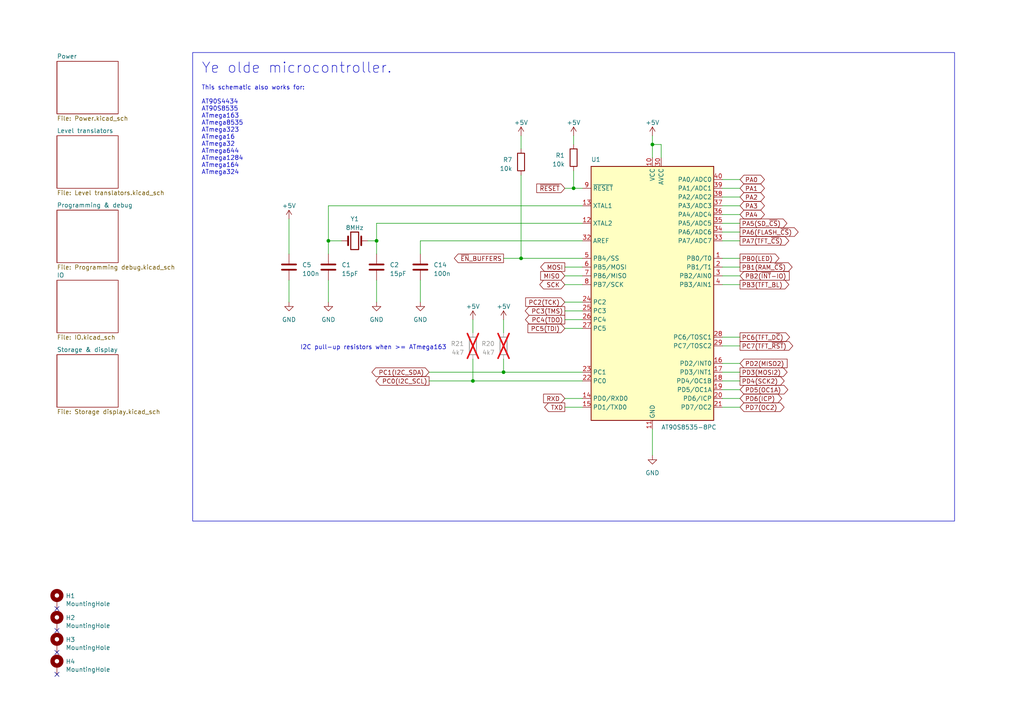
<source format=kicad_sch>
(kicad_sch
	(version 20231120)
	(generator "eeschema")
	(generator_version "8.0")
	(uuid "b25be410-ef2b-47a5-b0e7-4e30ab693d4d")
	(paper "A4")
	(title_block
		(title "AT90S8535 demo board")
		(date "2023-04-01")
		(rev "V1.0")
		(company "https://github.com/atoomnetmarc/AVR-demo-board")
		(comment 1 "Apache License, version 2.0")
	)
	(lib_symbols
		(symbol "Device:C"
			(pin_numbers hide)
			(pin_names
				(offset 0.254)
			)
			(exclude_from_sim no)
			(in_bom yes)
			(on_board yes)
			(property "Reference" "C"
				(at 0.635 2.54 0)
				(effects
					(font
						(size 1.27 1.27)
					)
					(justify left)
				)
			)
			(property "Value" "C"
				(at 0.635 -2.54 0)
				(effects
					(font
						(size 1.27 1.27)
					)
					(justify left)
				)
			)
			(property "Footprint" ""
				(at 0.9652 -3.81 0)
				(effects
					(font
						(size 1.27 1.27)
					)
					(hide yes)
				)
			)
			(property "Datasheet" "~"
				(at 0 0 0)
				(effects
					(font
						(size 1.27 1.27)
					)
					(hide yes)
				)
			)
			(property "Description" "Unpolarized capacitor"
				(at 0 0 0)
				(effects
					(font
						(size 1.27 1.27)
					)
					(hide yes)
				)
			)
			(property "ki_keywords" "cap capacitor"
				(at 0 0 0)
				(effects
					(font
						(size 1.27 1.27)
					)
					(hide yes)
				)
			)
			(property "ki_fp_filters" "C_*"
				(at 0 0 0)
				(effects
					(font
						(size 1.27 1.27)
					)
					(hide yes)
				)
			)
			(symbol "C_0_1"
				(polyline
					(pts
						(xy -2.032 -0.762) (xy 2.032 -0.762)
					)
					(stroke
						(width 0.508)
						(type default)
					)
					(fill
						(type none)
					)
				)
				(polyline
					(pts
						(xy -2.032 0.762) (xy 2.032 0.762)
					)
					(stroke
						(width 0.508)
						(type default)
					)
					(fill
						(type none)
					)
				)
			)
			(symbol "C_1_1"
				(pin passive line
					(at 0 3.81 270)
					(length 2.794)
					(name "~"
						(effects
							(font
								(size 1.27 1.27)
							)
						)
					)
					(number "1"
						(effects
							(font
								(size 1.27 1.27)
							)
						)
					)
				)
				(pin passive line
					(at 0 -3.81 90)
					(length 2.794)
					(name "~"
						(effects
							(font
								(size 1.27 1.27)
							)
						)
					)
					(number "2"
						(effects
							(font
								(size 1.27 1.27)
							)
						)
					)
				)
			)
		)
		(symbol "Device:Crystal"
			(pin_numbers hide)
			(pin_names
				(offset 1.016) hide)
			(exclude_from_sim no)
			(in_bom yes)
			(on_board yes)
			(property "Reference" "Y"
				(at 0 3.81 0)
				(effects
					(font
						(size 1.27 1.27)
					)
				)
			)
			(property "Value" "Crystal"
				(at 0 -3.81 0)
				(effects
					(font
						(size 1.27 1.27)
					)
				)
			)
			(property "Footprint" ""
				(at 0 0 0)
				(effects
					(font
						(size 1.27 1.27)
					)
					(hide yes)
				)
			)
			(property "Datasheet" "~"
				(at 0 0 0)
				(effects
					(font
						(size 1.27 1.27)
					)
					(hide yes)
				)
			)
			(property "Description" "Two pin crystal"
				(at 0 0 0)
				(effects
					(font
						(size 1.27 1.27)
					)
					(hide yes)
				)
			)
			(property "ki_keywords" "quartz ceramic resonator oscillator"
				(at 0 0 0)
				(effects
					(font
						(size 1.27 1.27)
					)
					(hide yes)
				)
			)
			(property "ki_fp_filters" "Crystal*"
				(at 0 0 0)
				(effects
					(font
						(size 1.27 1.27)
					)
					(hide yes)
				)
			)
			(symbol "Crystal_0_1"
				(rectangle
					(start -1.143 2.54)
					(end 1.143 -2.54)
					(stroke
						(width 0.3048)
						(type default)
					)
					(fill
						(type none)
					)
				)
				(polyline
					(pts
						(xy -2.54 0) (xy -1.905 0)
					)
					(stroke
						(width 0)
						(type default)
					)
					(fill
						(type none)
					)
				)
				(polyline
					(pts
						(xy -1.905 -1.27) (xy -1.905 1.27)
					)
					(stroke
						(width 0.508)
						(type default)
					)
					(fill
						(type none)
					)
				)
				(polyline
					(pts
						(xy 1.905 -1.27) (xy 1.905 1.27)
					)
					(stroke
						(width 0.508)
						(type default)
					)
					(fill
						(type none)
					)
				)
				(polyline
					(pts
						(xy 2.54 0) (xy 1.905 0)
					)
					(stroke
						(width 0)
						(type default)
					)
					(fill
						(type none)
					)
				)
			)
			(symbol "Crystal_1_1"
				(pin passive line
					(at -3.81 0 0)
					(length 1.27)
					(name "1"
						(effects
							(font
								(size 1.27 1.27)
							)
						)
					)
					(number "1"
						(effects
							(font
								(size 1.27 1.27)
							)
						)
					)
				)
				(pin passive line
					(at 3.81 0 180)
					(length 1.27)
					(name "2"
						(effects
							(font
								(size 1.27 1.27)
							)
						)
					)
					(number "2"
						(effects
							(font
								(size 1.27 1.27)
							)
						)
					)
				)
			)
		)
		(symbol "Device:R"
			(pin_numbers hide)
			(pin_names
				(offset 0)
			)
			(exclude_from_sim no)
			(in_bom yes)
			(on_board yes)
			(property "Reference" "R"
				(at 2.032 0 90)
				(effects
					(font
						(size 1.27 1.27)
					)
				)
			)
			(property "Value" "R"
				(at 0 0 90)
				(effects
					(font
						(size 1.27 1.27)
					)
				)
			)
			(property "Footprint" ""
				(at -1.778 0 90)
				(effects
					(font
						(size 1.27 1.27)
					)
					(hide yes)
				)
			)
			(property "Datasheet" "~"
				(at 0 0 0)
				(effects
					(font
						(size 1.27 1.27)
					)
					(hide yes)
				)
			)
			(property "Description" "Resistor"
				(at 0 0 0)
				(effects
					(font
						(size 1.27 1.27)
					)
					(hide yes)
				)
			)
			(property "ki_keywords" "R res resistor"
				(at 0 0 0)
				(effects
					(font
						(size 1.27 1.27)
					)
					(hide yes)
				)
			)
			(property "ki_fp_filters" "R_*"
				(at 0 0 0)
				(effects
					(font
						(size 1.27 1.27)
					)
					(hide yes)
				)
			)
			(symbol "R_0_1"
				(rectangle
					(start -1.016 -2.54)
					(end 1.016 2.54)
					(stroke
						(width 0.254)
						(type default)
					)
					(fill
						(type none)
					)
				)
			)
			(symbol "R_1_1"
				(pin passive line
					(at 0 3.81 270)
					(length 1.27)
					(name "~"
						(effects
							(font
								(size 1.27 1.27)
							)
						)
					)
					(number "1"
						(effects
							(font
								(size 1.27 1.27)
							)
						)
					)
				)
				(pin passive line
					(at 0 -3.81 90)
					(length 1.27)
					(name "~"
						(effects
							(font
								(size 1.27 1.27)
							)
						)
					)
					(number "2"
						(effects
							(font
								(size 1.27 1.27)
							)
						)
					)
				)
			)
		)
		(symbol "MCU_Microchip_AVR-extra:AT90S8583-P"
			(exclude_from_sim no)
			(in_bom yes)
			(on_board yes)
			(property "Reference" "U"
				(at -17.78 38.1 0)
				(effects
					(font
						(size 1.27 1.27)
					)
					(justify left bottom)
				)
			)
			(property "Value" "AT90S8535-8PC"
				(at 2.54 -38.1 0)
				(effects
					(font
						(size 1.27 1.27)
					)
					(justify left top)
				)
			)
			(property "Footprint" "Package_DIP:DIP-40_W15.24mm"
				(at 0 0 0)
				(effects
					(font
						(size 1.27 1.27)
						(italic yes)
					)
					(hide yes)
				)
			)
			(property "Datasheet" ""
				(at 0 0 0)
				(effects
					(font
						(size 1.27 1.27)
					)
					(hide yes)
				)
			)
			(property "Description" "8MHz, 8kB Flash, 512B SRAM, 512B EEPROM, DIP-40"
				(at 0 0 0)
				(effects
					(font
						(size 1.27 1.27)
					)
					(hide yes)
				)
			)
			(property "ki_keywords" "AVR 8bit Microcontroller "
				(at 0 0 0)
				(effects
					(font
						(size 1.27 1.27)
					)
					(hide yes)
				)
			)
			(property "ki_fp_filters" "DIP*W15.24mm*"
				(at 0 0 0)
				(effects
					(font
						(size 1.27 1.27)
					)
					(hide yes)
				)
			)
			(symbol "AT90S8583-P_0_1"
				(rectangle
					(start -17.78 36.83)
					(end 17.78 -36.83)
					(stroke
						(width 0.254)
						(type default)
					)
					(fill
						(type background)
					)
				)
			)
			(symbol "AT90S8583-P_1_1"
				(pin bidirectional line
					(at 20.32 10.16 180)
					(length 2.54)
					(name "PB0/T0"
						(effects
							(font
								(size 1.27 1.27)
							)
						)
					)
					(number "1"
						(effects
							(font
								(size 1.27 1.27)
							)
						)
					)
				)
				(pin power_in line
					(at 0 39.37 270)
					(length 2.54)
					(name "VCC"
						(effects
							(font
								(size 1.27 1.27)
							)
						)
					)
					(number "10"
						(effects
							(font
								(size 1.27 1.27)
							)
						)
					)
				)
				(pin power_in line
					(at 0 -39.37 90)
					(length 2.54)
					(name "GND"
						(effects
							(font
								(size 1.27 1.27)
							)
						)
					)
					(number "11"
						(effects
							(font
								(size 1.27 1.27)
							)
						)
					)
				)
				(pin output line
					(at -20.32 20.32 0)
					(length 2.54)
					(name "XTAL2"
						(effects
							(font
								(size 1.27 1.27)
							)
						)
					)
					(number "12"
						(effects
							(font
								(size 1.27 1.27)
							)
						)
					)
				)
				(pin input line
					(at -20.32 25.4 0)
					(length 2.54)
					(name "XTAL1"
						(effects
							(font
								(size 1.27 1.27)
							)
						)
					)
					(number "13"
						(effects
							(font
								(size 1.27 1.27)
							)
						)
					)
				)
				(pin bidirectional line
					(at -20.32 -30.48 0)
					(length 2.54)
					(name "PD0/RXD0"
						(effects
							(font
								(size 1.27 1.27)
							)
						)
					)
					(number "14"
						(effects
							(font
								(size 1.27 1.27)
							)
						)
					)
				)
				(pin bidirectional line
					(at -20.32 -33.02 0)
					(length 2.54)
					(name "PD1/TXD0"
						(effects
							(font
								(size 1.27 1.27)
							)
						)
					)
					(number "15"
						(effects
							(font
								(size 1.27 1.27)
							)
						)
					)
				)
				(pin bidirectional line
					(at 20.32 -20.32 180)
					(length 2.54)
					(name "PD2/INT0"
						(effects
							(font
								(size 1.27 1.27)
							)
						)
					)
					(number "16"
						(effects
							(font
								(size 1.27 1.27)
							)
						)
					)
				)
				(pin bidirectional line
					(at 20.32 -22.86 180)
					(length 2.54)
					(name "PD3/INT1"
						(effects
							(font
								(size 1.27 1.27)
							)
						)
					)
					(number "17"
						(effects
							(font
								(size 1.27 1.27)
							)
						)
					)
				)
				(pin bidirectional line
					(at 20.32 -25.4 180)
					(length 2.54)
					(name "PD4/OC1B"
						(effects
							(font
								(size 1.27 1.27)
							)
						)
					)
					(number "18"
						(effects
							(font
								(size 1.27 1.27)
							)
						)
					)
				)
				(pin bidirectional line
					(at 20.32 -27.94 180)
					(length 2.54)
					(name "PD5/OC1A"
						(effects
							(font
								(size 1.27 1.27)
							)
						)
					)
					(number "19"
						(effects
							(font
								(size 1.27 1.27)
							)
						)
					)
				)
				(pin bidirectional line
					(at 20.32 7.62 180)
					(length 2.54)
					(name "PB1/T1"
						(effects
							(font
								(size 1.27 1.27)
							)
						)
					)
					(number "2"
						(effects
							(font
								(size 1.27 1.27)
							)
						)
					)
				)
				(pin bidirectional line
					(at 20.32 -30.48 180)
					(length 2.54)
					(name "PD6/ICP"
						(effects
							(font
								(size 1.27 1.27)
							)
						)
					)
					(number "20"
						(effects
							(font
								(size 1.27 1.27)
							)
						)
					)
				)
				(pin bidirectional line
					(at 20.32 -33.02 180)
					(length 2.54)
					(name "PD7/OC2"
						(effects
							(font
								(size 1.27 1.27)
							)
						)
					)
					(number "21"
						(effects
							(font
								(size 1.27 1.27)
							)
						)
					)
				)
				(pin bidirectional line
					(at -20.32 -25.4 0)
					(length 2.54)
					(name "PC0"
						(effects
							(font
								(size 1.27 1.27)
							)
						)
					)
					(number "22"
						(effects
							(font
								(size 1.27 1.27)
							)
						)
					)
				)
				(pin bidirectional line
					(at -20.32 -22.86 0)
					(length 2.54)
					(name "PC1"
						(effects
							(font
								(size 1.27 1.27)
							)
						)
					)
					(number "23"
						(effects
							(font
								(size 1.27 1.27)
							)
						)
					)
				)
				(pin bidirectional line
					(at -20.32 -2.54 0)
					(length 2.54)
					(name "PC2"
						(effects
							(font
								(size 1.27 1.27)
							)
						)
					)
					(number "24"
						(effects
							(font
								(size 1.27 1.27)
							)
						)
					)
				)
				(pin bidirectional line
					(at -20.32 -5.08 0)
					(length 2.54)
					(name "PC3"
						(effects
							(font
								(size 1.27 1.27)
							)
						)
					)
					(number "25"
						(effects
							(font
								(size 1.27 1.27)
							)
						)
					)
				)
				(pin bidirectional line
					(at -20.32 -7.62 0)
					(length 2.54)
					(name "PC4"
						(effects
							(font
								(size 1.27 1.27)
							)
						)
					)
					(number "26"
						(effects
							(font
								(size 1.27 1.27)
							)
						)
					)
				)
				(pin bidirectional line
					(at -20.32 -10.16 0)
					(length 2.54)
					(name "PC5"
						(effects
							(font
								(size 1.27 1.27)
							)
						)
					)
					(number "27"
						(effects
							(font
								(size 1.27 1.27)
							)
						)
					)
				)
				(pin bidirectional line
					(at 20.32 -12.7 180)
					(length 2.54)
					(name "PC6/TOSC1"
						(effects
							(font
								(size 1.27 1.27)
							)
						)
					)
					(number "28"
						(effects
							(font
								(size 1.27 1.27)
							)
						)
					)
				)
				(pin bidirectional line
					(at 20.32 -15.24 180)
					(length 2.54)
					(name "PC7/TOSC2"
						(effects
							(font
								(size 1.27 1.27)
							)
						)
					)
					(number "29"
						(effects
							(font
								(size 1.27 1.27)
							)
						)
					)
				)
				(pin bidirectional line
					(at 20.32 5.08 180)
					(length 2.54)
					(name "PB2/AIN0"
						(effects
							(font
								(size 1.27 1.27)
							)
						)
					)
					(number "3"
						(effects
							(font
								(size 1.27 1.27)
							)
						)
					)
				)
				(pin power_in line
					(at 2.54 39.37 270)
					(length 2.54)
					(name "AVCC"
						(effects
							(font
								(size 1.27 1.27)
							)
						)
					)
					(number "30"
						(effects
							(font
								(size 1.27 1.27)
							)
						)
					)
				)
				(pin passive line
					(at 0 -39.37 90)
					(length 2.54) hide
					(name "GND"
						(effects
							(font
								(size 1.27 1.27)
							)
						)
					)
					(number "31"
						(effects
							(font
								(size 1.27 1.27)
							)
						)
					)
				)
				(pin passive line
					(at -20.32 15.24 0)
					(length 2.54)
					(name "AREF"
						(effects
							(font
								(size 1.27 1.27)
							)
						)
					)
					(number "32"
						(effects
							(font
								(size 1.27 1.27)
							)
						)
					)
				)
				(pin bidirectional line
					(at 20.32 15.24 180)
					(length 2.54)
					(name "PA7/ADC7"
						(effects
							(font
								(size 1.27 1.27)
							)
						)
					)
					(number "33"
						(effects
							(font
								(size 1.27 1.27)
							)
						)
					)
				)
				(pin bidirectional line
					(at 20.32 17.78 180)
					(length 2.54)
					(name "PA6/ADC6"
						(effects
							(font
								(size 1.27 1.27)
							)
						)
					)
					(number "34"
						(effects
							(font
								(size 1.27 1.27)
							)
						)
					)
				)
				(pin bidirectional line
					(at 20.32 20.32 180)
					(length 2.54)
					(name "PA5/ADC5"
						(effects
							(font
								(size 1.27 1.27)
							)
						)
					)
					(number "35"
						(effects
							(font
								(size 1.27 1.27)
							)
						)
					)
				)
				(pin bidirectional line
					(at 20.32 22.86 180)
					(length 2.54)
					(name "PA4/ADC4"
						(effects
							(font
								(size 1.27 1.27)
							)
						)
					)
					(number "36"
						(effects
							(font
								(size 1.27 1.27)
							)
						)
					)
				)
				(pin bidirectional line
					(at 20.32 25.4 180)
					(length 2.54)
					(name "PA3/ADC3"
						(effects
							(font
								(size 1.27 1.27)
							)
						)
					)
					(number "37"
						(effects
							(font
								(size 1.27 1.27)
							)
						)
					)
				)
				(pin bidirectional line
					(at 20.32 27.94 180)
					(length 2.54)
					(name "PA2/ADC2"
						(effects
							(font
								(size 1.27 1.27)
							)
						)
					)
					(number "38"
						(effects
							(font
								(size 1.27 1.27)
							)
						)
					)
				)
				(pin bidirectional line
					(at 20.32 30.48 180)
					(length 2.54)
					(name "PA1/ADC1"
						(effects
							(font
								(size 1.27 1.27)
							)
						)
					)
					(number "39"
						(effects
							(font
								(size 1.27 1.27)
							)
						)
					)
				)
				(pin bidirectional line
					(at 20.32 2.54 180)
					(length 2.54)
					(name "PB3/AIN1"
						(effects
							(font
								(size 1.27 1.27)
							)
						)
					)
					(number "4"
						(effects
							(font
								(size 1.27 1.27)
							)
						)
					)
				)
				(pin bidirectional line
					(at 20.32 33.02 180)
					(length 2.54)
					(name "PA0/ADC0"
						(effects
							(font
								(size 1.27 1.27)
							)
						)
					)
					(number "40"
						(effects
							(font
								(size 1.27 1.27)
							)
						)
					)
				)
				(pin bidirectional line
					(at -20.32 10.16 0)
					(length 2.54)
					(name "PB4/SS"
						(effects
							(font
								(size 1.27 1.27)
							)
						)
					)
					(number "5"
						(effects
							(font
								(size 1.27 1.27)
							)
						)
					)
				)
				(pin bidirectional line
					(at -20.32 7.62 0)
					(length 2.54)
					(name "PB5/MOSI"
						(effects
							(font
								(size 1.27 1.27)
							)
						)
					)
					(number "6"
						(effects
							(font
								(size 1.27 1.27)
							)
						)
					)
				)
				(pin bidirectional line
					(at -20.32 5.08 0)
					(length 2.54)
					(name "PB6/MISO"
						(effects
							(font
								(size 1.27 1.27)
							)
						)
					)
					(number "7"
						(effects
							(font
								(size 1.27 1.27)
							)
						)
					)
				)
				(pin bidirectional line
					(at -20.32 2.54 0)
					(length 2.54)
					(name "PB7/SCK"
						(effects
							(font
								(size 1.27 1.27)
							)
						)
					)
					(number "8"
						(effects
							(font
								(size 1.27 1.27)
							)
						)
					)
				)
				(pin input line
					(at -20.32 30.48 0)
					(length 2.54)
					(name "~{RESET}"
						(effects
							(font
								(size 1.27 1.27)
							)
						)
					)
					(number "9"
						(effects
							(font
								(size 1.27 1.27)
							)
						)
					)
				)
			)
		)
		(symbol "Mechanical:MountingHole_Pad"
			(pin_numbers hide)
			(pin_names
				(offset 1.016) hide)
			(exclude_from_sim no)
			(in_bom yes)
			(on_board yes)
			(property "Reference" "H"
				(at 0 6.35 0)
				(effects
					(font
						(size 1.27 1.27)
					)
				)
			)
			(property "Value" "MountingHole_Pad"
				(at 0 4.445 0)
				(effects
					(font
						(size 1.27 1.27)
					)
				)
			)
			(property "Footprint" ""
				(at 0 0 0)
				(effects
					(font
						(size 1.27 1.27)
					)
					(hide yes)
				)
			)
			(property "Datasheet" "~"
				(at 0 0 0)
				(effects
					(font
						(size 1.27 1.27)
					)
					(hide yes)
				)
			)
			(property "Description" "Mounting Hole with connection"
				(at 0 0 0)
				(effects
					(font
						(size 1.27 1.27)
					)
					(hide yes)
				)
			)
			(property "ki_keywords" "mounting hole"
				(at 0 0 0)
				(effects
					(font
						(size 1.27 1.27)
					)
					(hide yes)
				)
			)
			(property "ki_fp_filters" "MountingHole*Pad*"
				(at 0 0 0)
				(effects
					(font
						(size 1.27 1.27)
					)
					(hide yes)
				)
			)
			(symbol "MountingHole_Pad_0_1"
				(circle
					(center 0 1.27)
					(radius 1.27)
					(stroke
						(width 1.27)
						(type default)
					)
					(fill
						(type none)
					)
				)
			)
			(symbol "MountingHole_Pad_1_1"
				(pin input line
					(at 0 -2.54 90)
					(length 2.54)
					(name "1"
						(effects
							(font
								(size 1.27 1.27)
							)
						)
					)
					(number "1"
						(effects
							(font
								(size 1.27 1.27)
							)
						)
					)
				)
			)
		)
		(symbol "power:+5V"
			(power)
			(pin_names
				(offset 0)
			)
			(exclude_from_sim no)
			(in_bom yes)
			(on_board yes)
			(property "Reference" "#PWR"
				(at 0 -3.81 0)
				(effects
					(font
						(size 1.27 1.27)
					)
					(hide yes)
				)
			)
			(property "Value" "+5V"
				(at 0 3.556 0)
				(effects
					(font
						(size 1.27 1.27)
					)
				)
			)
			(property "Footprint" ""
				(at 0 0 0)
				(effects
					(font
						(size 1.27 1.27)
					)
					(hide yes)
				)
			)
			(property "Datasheet" ""
				(at 0 0 0)
				(effects
					(font
						(size 1.27 1.27)
					)
					(hide yes)
				)
			)
			(property "Description" "Power symbol creates a global label with name \"+5V\""
				(at 0 0 0)
				(effects
					(font
						(size 1.27 1.27)
					)
					(hide yes)
				)
			)
			(property "ki_keywords" "global power"
				(at 0 0 0)
				(effects
					(font
						(size 1.27 1.27)
					)
					(hide yes)
				)
			)
			(symbol "+5V_0_1"
				(polyline
					(pts
						(xy -0.762 1.27) (xy 0 2.54)
					)
					(stroke
						(width 0)
						(type default)
					)
					(fill
						(type none)
					)
				)
				(polyline
					(pts
						(xy 0 0) (xy 0 2.54)
					)
					(stroke
						(width 0)
						(type default)
					)
					(fill
						(type none)
					)
				)
				(polyline
					(pts
						(xy 0 2.54) (xy 0.762 1.27)
					)
					(stroke
						(width 0)
						(type default)
					)
					(fill
						(type none)
					)
				)
			)
			(symbol "+5V_1_1"
				(pin power_in line
					(at 0 0 90)
					(length 0) hide
					(name "+5V"
						(effects
							(font
								(size 1.27 1.27)
							)
						)
					)
					(number "1"
						(effects
							(font
								(size 1.27 1.27)
							)
						)
					)
				)
			)
		)
		(symbol "power:GND"
			(power)
			(pin_names
				(offset 0)
			)
			(exclude_from_sim no)
			(in_bom yes)
			(on_board yes)
			(property "Reference" "#PWR"
				(at 0 -6.35 0)
				(effects
					(font
						(size 1.27 1.27)
					)
					(hide yes)
				)
			)
			(property "Value" "GND"
				(at 0 -3.81 0)
				(effects
					(font
						(size 1.27 1.27)
					)
				)
			)
			(property "Footprint" ""
				(at 0 0 0)
				(effects
					(font
						(size 1.27 1.27)
					)
					(hide yes)
				)
			)
			(property "Datasheet" ""
				(at 0 0 0)
				(effects
					(font
						(size 1.27 1.27)
					)
					(hide yes)
				)
			)
			(property "Description" "Power symbol creates a global label with name \"GND\" , ground"
				(at 0 0 0)
				(effects
					(font
						(size 1.27 1.27)
					)
					(hide yes)
				)
			)
			(property "ki_keywords" "global power"
				(at 0 0 0)
				(effects
					(font
						(size 1.27 1.27)
					)
					(hide yes)
				)
			)
			(symbol "GND_0_1"
				(polyline
					(pts
						(xy 0 0) (xy 0 -1.27) (xy 1.27 -1.27) (xy 0 -2.54) (xy -1.27 -1.27) (xy 0 -1.27)
					)
					(stroke
						(width 0)
						(type default)
					)
					(fill
						(type none)
					)
				)
			)
			(symbol "GND_1_1"
				(pin power_in line
					(at 0 0 270)
					(length 0) hide
					(name "GND"
						(effects
							(font
								(size 1.27 1.27)
							)
						)
					)
					(number "1"
						(effects
							(font
								(size 1.27 1.27)
							)
						)
					)
				)
			)
		)
	)
	(junction
		(at 109.22 69.85)
		(diameter 0)
		(color 0 0 0 0)
		(uuid "1c375b9d-d20d-4a7f-b729-7acca5a0c295")
	)
	(junction
		(at 151.13 74.93)
		(diameter 0)
		(color 0 0 0 0)
		(uuid "229322dc-b1cf-4e86-bdd4-e8968198ef14")
	)
	(junction
		(at 166.37 54.61)
		(diameter 0)
		(color 0 0 0 0)
		(uuid "36d94fa1-6e36-4af0-a621-52723267cb26")
	)
	(junction
		(at 95.25 69.85)
		(diameter 0)
		(color 0 0 0 0)
		(uuid "8443266d-23c6-46af-9bcb-4260f731edcb")
	)
	(junction
		(at 146.05 107.95)
		(diameter 0)
		(color 0 0 0 0)
		(uuid "c268dc67-195d-4a01-a067-1ef17481ebdc")
	)
	(junction
		(at 137.16 110.49)
		(diameter 0)
		(color 0 0 0 0)
		(uuid "dd20111d-b92e-4016-a0bc-27220e53fda8")
	)
	(junction
		(at 189.23 41.91)
		(diameter 0)
		(color 0 0 0 0)
		(uuid "e3a9dd2a-5599-4293-8dac-ea16c640e6d0")
	)
	(no_connect
		(at 16.51 182.88)
		(uuid "624b4663-dbfb-459f-88a7-76240726a045")
	)
	(no_connect
		(at 16.51 189.23)
		(uuid "cdc6df3a-6947-4ffa-911c-605708700a4d")
	)
	(no_connect
		(at 16.51 176.53)
		(uuid "eac0203b-c16f-4fdd-99cd-bdbee2ba28ca")
	)
	(no_connect
		(at 16.51 195.58)
		(uuid "f8b97b17-a893-4b50-8153-5ed6b247bd95")
	)
	(wire
		(pts
			(xy 151.13 74.93) (xy 146.05 74.93)
		)
		(stroke
			(width 0)
			(type default)
		)
		(uuid "00c2fc96-fb8d-473c-bd4d-4460d8810790")
	)
	(wire
		(pts
			(xy 209.55 105.41) (xy 214.63 105.41)
		)
		(stroke
			(width 0)
			(type default)
		)
		(uuid "010d636a-f01d-4586-b073-d20bd568fe47")
	)
	(wire
		(pts
			(xy 95.25 59.69) (xy 95.25 69.85)
		)
		(stroke
			(width 0)
			(type default)
		)
		(uuid "0475dad7-7cf7-4efb-9ca8-c3fbe235ad4e")
	)
	(wire
		(pts
			(xy 209.55 82.55) (xy 214.63 82.55)
		)
		(stroke
			(width 0)
			(type default)
		)
		(uuid "06942725-3387-4ff1-b0de-21b7e080eb08")
	)
	(wire
		(pts
			(xy 209.55 77.47) (xy 214.63 77.47)
		)
		(stroke
			(width 0)
			(type default)
		)
		(uuid "182ec771-8e68-4ad4-aa94-fcc0ffa6043a")
	)
	(wire
		(pts
			(xy 209.55 80.01) (xy 214.63 80.01)
		)
		(stroke
			(width 0)
			(type default)
		)
		(uuid "204ab4f9-e22d-4575-813a-7d2df24a92fd")
	)
	(wire
		(pts
			(xy 209.55 67.31) (xy 214.63 67.31)
		)
		(stroke
			(width 0)
			(type default)
		)
		(uuid "2106973a-adce-4a8b-83d5-3666e672b026")
	)
	(wire
		(pts
			(xy 137.16 104.14) (xy 137.16 110.49)
		)
		(stroke
			(width 0)
			(type default)
		)
		(uuid "256060cc-343e-4f9b-a73b-b7e62cd1a5a5")
	)
	(wire
		(pts
			(xy 121.92 81.28) (xy 121.92 87.63)
		)
		(stroke
			(width 0)
			(type default)
		)
		(uuid "270c9b07-783e-41ef-b00d-7f116a7f5ab5")
	)
	(wire
		(pts
			(xy 209.55 64.77) (xy 214.63 64.77)
		)
		(stroke
			(width 0)
			(type default)
		)
		(uuid "2a13d7a1-2eca-43c5-a5bd-4cbc7c43d641")
	)
	(wire
		(pts
			(xy 209.55 59.69) (xy 214.63 59.69)
		)
		(stroke
			(width 0)
			(type default)
		)
		(uuid "2c26d727-2b65-4c37-8f76-7ba7b5e7c8c1")
	)
	(wire
		(pts
			(xy 209.55 57.15) (xy 214.63 57.15)
		)
		(stroke
			(width 0)
			(type default)
		)
		(uuid "2ca04bb1-568b-4ac2-8818-b2d0069283a3")
	)
	(wire
		(pts
			(xy 189.23 124.46) (xy 189.23 132.08)
		)
		(stroke
			(width 0)
			(type default)
		)
		(uuid "3673dbc6-240e-4fa3-9f14-2b0f8d76d69b")
	)
	(wire
		(pts
			(xy 106.68 69.85) (xy 109.22 69.85)
		)
		(stroke
			(width 0)
			(type default)
		)
		(uuid "40601f78-5ef7-4149-a1c6-cad2fe0b4172")
	)
	(wire
		(pts
			(xy 209.55 69.85) (xy 214.63 69.85)
		)
		(stroke
			(width 0)
			(type default)
		)
		(uuid "463797e9-ba11-4a75-b7fe-ba0b4e77e909")
	)
	(wire
		(pts
			(xy 209.55 62.23) (xy 214.63 62.23)
		)
		(stroke
			(width 0)
			(type default)
		)
		(uuid "4ede3f80-fea8-41ed-9971-c5f8949348b3")
	)
	(wire
		(pts
			(xy 191.77 41.91) (xy 189.23 41.91)
		)
		(stroke
			(width 0)
			(type default)
		)
		(uuid "52d5f7ac-c9da-458a-9770-8747884fa47d")
	)
	(wire
		(pts
			(xy 191.77 45.72) (xy 191.77 41.91)
		)
		(stroke
			(width 0)
			(type default)
		)
		(uuid "570268c7-262e-4ac8-8cdc-c7b48cab96d0")
	)
	(wire
		(pts
			(xy 163.83 90.17) (xy 168.91 90.17)
		)
		(stroke
			(width 0)
			(type default)
		)
		(uuid "60830628-236c-46b8-90fa-136f658b3203")
	)
	(wire
		(pts
			(xy 163.83 54.61) (xy 166.37 54.61)
		)
		(stroke
			(width 0)
			(type default)
		)
		(uuid "65e72216-bd23-474e-99da-1c9beb56b2ab")
	)
	(wire
		(pts
			(xy 121.92 69.85) (xy 121.92 73.66)
		)
		(stroke
			(width 0)
			(type default)
		)
		(uuid "6bfaeb18-7d70-4e24-99c4-77f790461e10")
	)
	(wire
		(pts
			(xy 209.55 97.79) (xy 214.63 97.79)
		)
		(stroke
			(width 0)
			(type default)
		)
		(uuid "74e74a27-e273-4568-8e6c-369109dd2d1f")
	)
	(wire
		(pts
			(xy 209.55 118.11) (xy 214.63 118.11)
		)
		(stroke
			(width 0)
			(type default)
		)
		(uuid "756ea63e-0594-4bc7-b181-78495a094c18")
	)
	(wire
		(pts
			(xy 163.83 82.55) (xy 168.91 82.55)
		)
		(stroke
			(width 0)
			(type default)
		)
		(uuid "765c2a51-4a17-4ea5-9d32-666bb1628c8f")
	)
	(wire
		(pts
			(xy 163.83 92.71) (xy 168.91 92.71)
		)
		(stroke
			(width 0)
			(type default)
		)
		(uuid "7c2c46a3-c22f-4c68-a685-a2d58f7856cf")
	)
	(wire
		(pts
			(xy 168.91 110.49) (xy 137.16 110.49)
		)
		(stroke
			(width 0)
			(type default)
		)
		(uuid "80e42d6b-ad4f-4e24-9d50-ce5d0d12e740")
	)
	(wire
		(pts
			(xy 163.83 80.01) (xy 168.91 80.01)
		)
		(stroke
			(width 0)
			(type default)
		)
		(uuid "82463209-858d-46ab-a9a8-7e2c5405f800")
	)
	(wire
		(pts
			(xy 95.25 69.85) (xy 99.06 69.85)
		)
		(stroke
			(width 0)
			(type default)
		)
		(uuid "88953cd8-ca7c-41d2-a9a9-b5ae4e460c02")
	)
	(wire
		(pts
			(xy 146.05 92.71) (xy 146.05 96.52)
		)
		(stroke
			(width 0)
			(type default)
		)
		(uuid "90635d62-cccf-4eb3-88d8-23fc86628f63")
	)
	(wire
		(pts
			(xy 137.16 110.49) (xy 124.46 110.49)
		)
		(stroke
			(width 0)
			(type default)
		)
		(uuid "93921a2c-4b69-447b-b51d-bde6a8d3cca6")
	)
	(wire
		(pts
			(xy 168.91 69.85) (xy 121.92 69.85)
		)
		(stroke
			(width 0)
			(type default)
		)
		(uuid "9a152d54-58bf-4bad-afa9-810fe898643f")
	)
	(wire
		(pts
			(xy 209.55 100.33) (xy 214.63 100.33)
		)
		(stroke
			(width 0)
			(type default)
		)
		(uuid "9afc52c8-391c-4c9e-841a-c4d2589f9ffb")
	)
	(wire
		(pts
			(xy 166.37 49.53) (xy 166.37 54.61)
		)
		(stroke
			(width 0)
			(type default)
		)
		(uuid "9df04192-f5b5-4492-a64d-0808a8bd6130")
	)
	(wire
		(pts
			(xy 209.55 52.07) (xy 214.63 52.07)
		)
		(stroke
			(width 0)
			(type default)
		)
		(uuid "9e16bcf2-aea0-406e-9ca5-45937f855d49")
	)
	(wire
		(pts
			(xy 109.22 73.66) (xy 109.22 69.85)
		)
		(stroke
			(width 0)
			(type default)
		)
		(uuid "9e54ebe2-c739-46ba-9cd5-5ded1e81ead4")
	)
	(wire
		(pts
			(xy 163.83 87.63) (xy 168.91 87.63)
		)
		(stroke
			(width 0)
			(type default)
		)
		(uuid "a1de7907-1668-441a-b4f5-be76cc0d1ff9")
	)
	(wire
		(pts
			(xy 166.37 54.61) (xy 168.91 54.61)
		)
		(stroke
			(width 0)
			(type default)
		)
		(uuid "afd7fdbf-f65b-41b7-9a35-1e3cd9e4a1d4")
	)
	(wire
		(pts
			(xy 168.91 107.95) (xy 146.05 107.95)
		)
		(stroke
			(width 0)
			(type default)
		)
		(uuid "b067c5a6-1427-4dd0-9daf-c2af704a6968")
	)
	(wire
		(pts
			(xy 189.23 39.37) (xy 189.23 41.91)
		)
		(stroke
			(width 0)
			(type default)
		)
		(uuid "b0db2357-5b46-40f7-8eba-bbaa60b4cd06")
	)
	(wire
		(pts
			(xy 168.91 115.57) (xy 163.83 115.57)
		)
		(stroke
			(width 0)
			(type default)
		)
		(uuid "b110d65c-a7fc-47fd-90c1-e90e4cffa5d7")
	)
	(wire
		(pts
			(xy 146.05 104.14) (xy 146.05 107.95)
		)
		(stroke
			(width 0)
			(type default)
		)
		(uuid "b4531506-0140-404c-af79-34e887aa3880")
	)
	(wire
		(pts
			(xy 189.23 41.91) (xy 189.23 45.72)
		)
		(stroke
			(width 0)
			(type default)
		)
		(uuid "b614ba8b-b7db-4ddd-910b-fad782a6ea05")
	)
	(wire
		(pts
			(xy 209.55 115.57) (xy 214.63 115.57)
		)
		(stroke
			(width 0)
			(type default)
		)
		(uuid "b8e95a4b-c314-4164-b53b-74e006d5d68d")
	)
	(wire
		(pts
			(xy 168.91 74.93) (xy 151.13 74.93)
		)
		(stroke
			(width 0)
			(type default)
		)
		(uuid "bafca37f-5059-4bdd-b7cf-8885a1c087e1")
	)
	(wire
		(pts
			(xy 209.55 74.93) (xy 214.63 74.93)
		)
		(stroke
			(width 0)
			(type default)
		)
		(uuid "bcc94632-50c1-4f65-9b62-0ff9e3f3424d")
	)
	(wire
		(pts
			(xy 146.05 107.95) (xy 124.46 107.95)
		)
		(stroke
			(width 0)
			(type default)
		)
		(uuid "bd51bce7-6e39-42f5-8e97-2c5a690e39a5")
	)
	(wire
		(pts
			(xy 137.16 92.71) (xy 137.16 96.52)
		)
		(stroke
			(width 0)
			(type default)
		)
		(uuid "c17b3593-b49c-4861-b871-1ddd0bd490ae")
	)
	(wire
		(pts
			(xy 209.55 107.95) (xy 214.63 107.95)
		)
		(stroke
			(width 0)
			(type default)
		)
		(uuid "c39c0325-9dfa-4855-a70c-a072a4ecd3db")
	)
	(wire
		(pts
			(xy 109.22 81.28) (xy 109.22 87.63)
		)
		(stroke
			(width 0)
			(type default)
		)
		(uuid "c9f804bc-a350-45fa-82fb-034ce7f55865")
	)
	(wire
		(pts
			(xy 151.13 50.8) (xy 151.13 74.93)
		)
		(stroke
			(width 0)
			(type default)
		)
		(uuid "cc2a09d0-893e-4e4b-b1e4-4588459ab25e")
	)
	(wire
		(pts
			(xy 95.25 69.85) (xy 95.25 73.66)
		)
		(stroke
			(width 0)
			(type default)
		)
		(uuid "ce8e1e53-ca5a-4ad5-a7da-fcf147ec36db")
	)
	(wire
		(pts
			(xy 163.83 77.47) (xy 168.91 77.47)
		)
		(stroke
			(width 0)
			(type default)
		)
		(uuid "cf10e39e-c745-485c-b638-4edb8c0a34e4")
	)
	(wire
		(pts
			(xy 209.55 54.61) (xy 214.63 54.61)
		)
		(stroke
			(width 0)
			(type default)
		)
		(uuid "dddc30c1-2144-47e4-8485-d03d9c09c74f")
	)
	(wire
		(pts
			(xy 95.25 59.69) (xy 168.91 59.69)
		)
		(stroke
			(width 0)
			(type default)
		)
		(uuid "e2849f9f-a37a-4a44-b3ae-168d98dc459b")
	)
	(wire
		(pts
			(xy 163.83 95.25) (xy 168.91 95.25)
		)
		(stroke
			(width 0)
			(type default)
		)
		(uuid "e89b1ff5-6276-4e03-aec1-805052543705")
	)
	(wire
		(pts
			(xy 209.55 110.49) (xy 214.63 110.49)
		)
		(stroke
			(width 0)
			(type default)
		)
		(uuid "ea524d4c-68de-4ebc-8875-25307a841e28")
	)
	(wire
		(pts
			(xy 168.91 118.11) (xy 163.83 118.11)
		)
		(stroke
			(width 0)
			(type default)
		)
		(uuid "ea78a035-820c-4d08-a2a2-86bee4d13cf2")
	)
	(wire
		(pts
			(xy 109.22 69.85) (xy 109.22 64.77)
		)
		(stroke
			(width 0)
			(type default)
		)
		(uuid "efc0391b-daea-4722-9305-89b9735d28e1")
	)
	(wire
		(pts
			(xy 209.55 113.03) (xy 214.63 113.03)
		)
		(stroke
			(width 0)
			(type default)
		)
		(uuid "f1b20df2-fc17-4724-a633-b42f2fd4e224")
	)
	(wire
		(pts
			(xy 109.22 64.77) (xy 168.91 64.77)
		)
		(stroke
			(width 0)
			(type default)
		)
		(uuid "f396004b-e781-4b63-b2f8-2558d06da4f6")
	)
	(wire
		(pts
			(xy 166.37 39.37) (xy 166.37 41.91)
		)
		(stroke
			(width 0)
			(type default)
		)
		(uuid "f46a71d8-1a74-4642-afa6-01a42ad3cf3b")
	)
	(wire
		(pts
			(xy 151.13 39.37) (xy 151.13 43.18)
		)
		(stroke
			(width 0)
			(type default)
		)
		(uuid "f86e0555-b21d-4ecc-a04c-9d0965b835db")
	)
	(wire
		(pts
			(xy 95.25 81.28) (xy 95.25 87.63)
		)
		(stroke
			(width 0)
			(type default)
		)
		(uuid "f9ed2767-11f5-4489-b596-b6388737d46f")
	)
	(wire
		(pts
			(xy 83.82 63.5) (xy 83.82 73.66)
		)
		(stroke
			(width 0)
			(type default)
		)
		(uuid "fbebea0c-8deb-41e7-9f3a-2b57b7def869")
	)
	(wire
		(pts
			(xy 83.82 81.28) (xy 83.82 87.63)
		)
		(stroke
			(width 0)
			(type default)
		)
		(uuid "fe98e669-f421-44fb-ac97-36f9768d6834")
	)
	(rectangle
		(start 55.88 15.24)
		(end 276.86 151.13)
		(stroke
			(width 0)
			(type default)
		)
		(fill
			(type none)
		)
		(uuid 7f45d8ab-fc49-4d53-9569-f1905b63d120)
	)
	(text "I2C pull-up resistors when >= ATmega163"
		(exclude_from_sim no)
		(at 129.54 101.6 0)
		(effects
			(font
				(size 1.27 1.27)
			)
			(justify right bottom)
		)
		(uuid "001457e5-c46a-4d8f-9bb0-657413c599cf")
	)
	(text "Ye olde microcontroller."
		(exclude_from_sim no)
		(at 58.42 21.59 0)
		(effects
			(font
				(size 3 3)
			)
			(justify left bottom)
		)
		(uuid "1b5f674c-88b3-48d6-ad9c-77a1dd3f4c34")
	)
	(text "This schematic also works for:\n\nAT90S4434\nAT90S8535\nATmega163\nATmega8535\nATmega323\nATmega16\nATmega32\nATmega644\nATmega1284\nATmega164\nATmega324"
		(exclude_from_sim no)
		(at 58.42 50.8 0)
		(effects
			(font
				(size 1.27 1.27)
			)
			(justify left bottom)
		)
		(uuid "85cb651f-0fec-4567-a9ea-524153702e68")
	)
	(global_label "PD5(OC1A)"
		(shape bidirectional)
		(at 214.63 113.03 0)
		(fields_autoplaced yes)
		(effects
			(font
				(size 1.27 1.27)
			)
			(justify left)
		)
		(uuid "013df64a-6c18-4471-9bb1-52ead0476a25")
		(property "Intersheetrefs" "${INTERSHEET_REFS}"
			(at 228.9886 113.03 0)
			(effects
				(font
					(size 1.27 1.27)
				)
				(justify left)
				(hide yes)
			)
		)
	)
	(global_label "PD6(ICP)"
		(shape bidirectional)
		(at 214.63 115.57 0)
		(fields_autoplaced yes)
		(effects
			(font
				(size 1.27 1.27)
			)
			(justify left)
		)
		(uuid "093aa1d3-de13-4b1f-9762-73c3a1a18588")
		(property "Intersheetrefs" "${INTERSHEET_REFS}"
			(at 222.3966 115.57 0)
			(effects
				(font
					(size 1.27 1.27)
				)
				(justify left)
				(hide yes)
			)
		)
	)
	(global_label "PB1(RAM_~{CS})"
		(shape output)
		(at 214.63 77.47 0)
		(fields_autoplaced yes)
		(effects
			(font
				(size 1.27 1.27)
			)
			(justify left)
		)
		(uuid "1789d878-affc-47fb-ae16-54d5b069a10e")
		(property "Intersheetrefs" "${INTERSHEET_REFS}"
			(at 224.7929 77.47 0)
			(effects
				(font
					(size 1.27 1.27)
				)
				(justify left)
				(hide yes)
			)
		)
	)
	(global_label "PA7(TFT_~{CS})"
		(shape output)
		(at 214.63 69.85 0)
		(fields_autoplaced yes)
		(effects
			(font
				(size 1.27 1.27)
			)
			(justify left)
		)
		(uuid "185b1991-c1d2-47d1-b2ab-ab5b734e508f")
		(property "Intersheetrefs" "${INTERSHEET_REFS}"
			(at 224.0067 69.85 0)
			(effects
				(font
					(size 1.27 1.27)
				)
				(justify left)
				(hide yes)
			)
		)
	)
	(global_label "PA0"
		(shape bidirectional)
		(at 214.63 52.07 0)
		(fields_autoplaced yes)
		(effects
			(font
				(size 1.27 1.27)
			)
			(justify left)
		)
		(uuid "185c2cc7-376d-4fe0-9872-75d1be82254a")
		(property "Intersheetrefs" "${INTERSHEET_REFS}"
			(at 222.2152 52.07 0)
			(effects
				(font
					(size 1.27 1.27)
				)
				(justify left)
				(hide yes)
			)
		)
	)
	(global_label "PA3"
		(shape bidirectional)
		(at 214.63 59.69 0)
		(fields_autoplaced yes)
		(effects
			(font
				(size 1.27 1.27)
			)
			(justify left)
		)
		(uuid "365aeb20-daf8-4546-b850-b38c37aa9c2b")
		(property "Intersheetrefs" "${INTERSHEET_REFS}"
			(at 222.2152 59.69 0)
			(effects
				(font
					(size 1.27 1.27)
				)
				(justify left)
				(hide yes)
			)
		)
	)
	(global_label "PC0(I2C_SCL)"
		(shape output)
		(at 124.46 110.49 180)
		(fields_autoplaced yes)
		(effects
			(font
				(size 1.27 1.27)
			)
			(justify right)
		)
		(uuid "36e0ce57-c8bb-4683-8a1a-c26cda7da0d0")
		(property "Intersheetrefs" "${INTERSHEET_REFS}"
			(at 113.9947 110.49 0)
			(effects
				(font
					(size 1.27 1.27)
				)
				(justify right)
				(hide yes)
			)
		)
	)
	(global_label "PA6(FLASH_~{CS})"
		(shape output)
		(at 214.63 67.31 0)
		(fields_autoplaced yes)
		(effects
			(font
				(size 1.27 1.27)
			)
			(justify left)
		)
		(uuid "384359b5-3b04-4523-9408-190f68f52341")
		(property "Intersheetrefs" "${INTERSHEET_REFS}"
			(at 226.7282 67.31 0)
			(effects
				(font
					(size 1.27 1.27)
				)
				(justify left)
				(hide yes)
			)
		)
	)
	(global_label "PB3(TFT_BL)"
		(shape output)
		(at 214.63 82.55 0)
		(fields_autoplaced yes)
		(effects
			(font
				(size 1.27 1.27)
			)
			(justify left)
		)
		(uuid "3f6805ba-0235-4885-97fe-0b8afad8ad55")
		(property "Intersheetrefs" "${INTERSHEET_REFS}"
			(at 223.8253 82.55 0)
			(effects
				(font
					(size 1.27 1.27)
				)
				(justify left)
				(hide yes)
			)
		)
	)
	(global_label "SCK"
		(shape bidirectional)
		(at 163.83 82.55 180)
		(fields_autoplaced yes)
		(effects
			(font
				(size 1.27 1.27)
			)
			(justify right)
		)
		(uuid "43de8c69-fa39-4471-b418-72fb7cb234da")
		(property "Intersheetrefs" "${INTERSHEET_REFS}"
			(at 156.0634 82.55 0)
			(effects
				(font
					(size 1.27 1.27)
				)
				(justify right)
				(hide yes)
			)
		)
	)
	(global_label "MOSI"
		(shape output)
		(at 163.83 77.47 180)
		(fields_autoplaced yes)
		(effects
			(font
				(size 1.27 1.27)
			)
			(justify right)
		)
		(uuid "4415a4d9-b758-4b4f-9776-59e165e78e16")
		(property "Intersheetrefs" "${INTERSHEET_REFS}"
			(at 156.328 77.47 0)
			(effects
				(font
					(size 1.27 1.27)
				)
				(justify right)
				(hide yes)
			)
		)
	)
	(global_label "MISO"
		(shape input)
		(at 163.83 80.01 180)
		(fields_autoplaced yes)
		(effects
			(font
				(size 1.27 1.27)
			)
			(justify right)
		)
		(uuid "488f03b0-8b3b-461b-a303-cf9fd4db533b")
		(property "Intersheetrefs" "${INTERSHEET_REFS}"
			(at 156.328 80.01 0)
			(effects
				(font
					(size 1.27 1.27)
				)
				(justify right)
				(hide yes)
			)
		)
	)
	(global_label "PC4(TDO)"
		(shape output)
		(at 163.83 92.71 180)
		(fields_autoplaced yes)
		(effects
			(font
				(size 1.27 1.27)
			)
			(justify right)
		)
		(uuid "54288c75-b044-4176-9de6-0659f9b2c3ff")
		(property "Intersheetrefs" "${INTERSHEET_REFS}"
			(at 157.3561 92.71 0)
			(effects
				(font
					(size 1.27 1.27)
				)
				(justify right)
				(hide yes)
			)
		)
	)
	(global_label "PC5(TDI)"
		(shape input)
		(at 163.83 95.25 180)
		(fields_autoplaced yes)
		(effects
			(font
				(size 1.27 1.27)
			)
			(justify right)
		)
		(uuid "5462ce93-f21c-40fe-bc36-4c9281d1d0c3")
		(property "Intersheetrefs" "${INTERSHEET_REFS}"
			(at 158.0818 95.25 0)
			(effects
				(font
					(size 1.27 1.27)
				)
				(justify right)
				(hide yes)
			)
		)
	)
	(global_label "PA4"
		(shape bidirectional)
		(at 214.63 62.23 0)
		(fields_autoplaced yes)
		(effects
			(font
				(size 1.27 1.27)
			)
			(justify left)
		)
		(uuid "619f6875-2dcb-4e79-a8ee-684dff2a1bea")
		(property "Intersheetrefs" "${INTERSHEET_REFS}"
			(at 222.2152 62.23 0)
			(effects
				(font
					(size 1.27 1.27)
				)
				(justify left)
				(hide yes)
			)
		)
	)
	(global_label "PC3(TMS)"
		(shape output)
		(at 163.83 90.17 180)
		(fields_autoplaced yes)
		(effects
			(font
				(size 1.27 1.27)
			)
			(justify right)
		)
		(uuid "6e8e2274-d946-4ef2-98a4-42893a7af162")
		(property "Intersheetrefs" "${INTERSHEET_REFS}"
			(at 157.2957 90.17 0)
			(effects
				(font
					(size 1.27 1.27)
				)
				(justify right)
				(hide yes)
			)
		)
	)
	(global_label "PD4(SCK2)"
		(shape output)
		(at 214.63 110.49 0)
		(fields_autoplaced yes)
		(effects
			(font
				(size 1.27 1.27)
			)
			(justify left)
		)
		(uuid "7036755c-c7a9-4fa6-8261-146c67ef904b")
		(property "Intersheetrefs" "${INTERSHEET_REFS}"
			(at 222.4948 110.49 0)
			(effects
				(font
					(size 1.27 1.27)
				)
				(justify left)
				(hide yes)
			)
		)
	)
	(global_label "~{EN}_BUFFERS"
		(shape output)
		(at 146.05 74.93 180)
		(fields_autoplaced yes)
		(effects
			(font
				(size 1.27 1.27)
			)
			(justify right)
		)
		(uuid "73cbface-9b37-4f8b-8945-de1ca2004fcc")
		(property "Intersheetrefs" "${INTERSHEET_REFS}"
			(at 131.2909 74.93 0)
			(effects
				(font
					(size 1.27 1.27)
				)
				(justify right)
				(hide yes)
			)
		)
	)
	(global_label "PB0(LED)"
		(shape output)
		(at 214.63 74.93 0)
		(fields_autoplaced yes)
		(effects
			(font
				(size 1.27 1.27)
			)
			(justify left)
		)
		(uuid "83bf969f-2593-4894-afdf-a0f146cb237e")
		(property "Intersheetrefs" "${INTERSHEET_REFS}"
			(at 220.9829 74.93 0)
			(effects
				(font
					(size 1.27 1.27)
				)
				(justify left)
				(hide yes)
			)
		)
	)
	(global_label "PD2(MISO2)"
		(shape input)
		(at 214.63 105.41 0)
		(fields_autoplaced yes)
		(effects
			(font
				(size 1.27 1.27)
			)
			(justify left)
		)
		(uuid "851dfecd-349c-4c59-8bb3-1fe2e193f719")
		(property "Intersheetrefs" "${INTERSHEET_REFS}"
			(at 223.3415 105.41 0)
			(effects
				(font
					(size 1.27 1.27)
				)
				(justify left)
				(hide yes)
			)
		)
	)
	(global_label "PA5(SD_~{CS})"
		(shape output)
		(at 214.63 64.77 0)
		(fields_autoplaced yes)
		(effects
			(font
				(size 1.27 1.27)
			)
			(justify left)
		)
		(uuid "88d6097e-300d-454a-9ce3-cfb5f2177475")
		(property "Intersheetrefs" "${INTERSHEET_REFS}"
			(at 223.4624 64.77 0)
			(effects
				(font
					(size 1.27 1.27)
				)
				(justify left)
				(hide yes)
			)
		)
	)
	(global_label "PC1(I2C_SDA)"
		(shape bidirectional)
		(at 124.46 107.95 180)
		(fields_autoplaced yes)
		(effects
			(font
				(size 1.27 1.27)
			)
			(justify right)
		)
		(uuid "91b7f670-f370-4a65-87ea-bef3af19a408")
		(property "Intersheetrefs" "${INTERSHEET_REFS}"
			(at 112.8229 107.95 0)
			(effects
				(font
					(size 1.27 1.27)
				)
				(justify right)
				(hide yes)
			)
		)
	)
	(global_label "PB2(~{INT}-IO)"
		(shape input)
		(at 214.63 80.01 0)
		(effects
			(font
				(size 1.27 1.27)
			)
			(justify left)
		)
		(uuid "a13cd0a5-5805-4202-b149-b4997948c20f")
		(property "Intersheetrefs" "${INTERSHEET_REFS}"
			(at 214.63 80.01 0)
			(effects
				(font
					(size 1.27 1.27)
				)
				(hide yes)
			)
		)
	)
	(global_label "PC2(TCK)"
		(shape input)
		(at 163.83 87.63 180)
		(fields_autoplaced yes)
		(effects
			(font
				(size 1.27 1.27)
			)
			(justify right)
		)
		(uuid "b32dcd81-d71b-4801-92d3-26d8997ab589")
		(property "Intersheetrefs" "${INTERSHEET_REFS}"
			(at 157.4166 87.63 0)
			(effects
				(font
					(size 1.27 1.27)
				)
				(justify right)
				(hide yes)
			)
		)
	)
	(global_label "PD7(OC2)"
		(shape bidirectional)
		(at 214.63 118.11 0)
		(fields_autoplaced yes)
		(effects
			(font
				(size 1.27 1.27)
			)
			(justify left)
		)
		(uuid "b862415f-ca1e-4027-a966-797278126e24")
		(property "Intersheetrefs" "${INTERSHEET_REFS}"
			(at 222.3966 118.11 0)
			(effects
				(font
					(size 1.27 1.27)
				)
				(justify left)
				(hide yes)
			)
		)
	)
	(global_label "PC6(TFT_D~{C})"
		(shape output)
		(at 214.63 97.79 0)
		(fields_autoplaced yes)
		(effects
			(font
				(size 1.27 1.27)
			)
			(justify left)
		)
		(uuid "c2c38fe4-fea4-462c-ad53-0ee2c3ea5add")
		(property "Intersheetrefs" "${INTERSHEET_REFS}"
			(at 224.0672 97.79 0)
			(effects
				(font
					(size 1.27 1.27)
				)
				(justify left)
				(hide yes)
			)
		)
	)
	(global_label "TXD"
		(shape output)
		(at 163.83 118.11 180)
		(fields_autoplaced yes)
		(effects
			(font
				(size 1.27 1.27)
			)
			(justify right)
		)
		(uuid "cb8dcc32-9bf2-485d-9f08-322219def552")
		(property "Intersheetrefs" "${INTERSHEET_REFS}"
			(at 157.4771 118.11 0)
			(effects
				(font
					(size 1.27 1.27)
				)
				(justify right)
				(hide yes)
			)
		)
	)
	(global_label "~{RESET}"
		(shape input)
		(at 163.83 54.61 180)
		(fields_autoplaced yes)
		(effects
			(font
				(size 1.27 1.27)
			)
			(justify right)
		)
		(uuid "cc721a85-54ed-450a-ac86-03be4f62b80d")
		(property "Intersheetrefs" "${INTERSHEET_REFS}"
			(at 155.1791 54.61 0)
			(effects
				(font
					(size 1.27 1.27)
				)
				(justify right)
				(hide yes)
			)
		)
	)
	(global_label "PA1"
		(shape bidirectional)
		(at 214.63 54.61 0)
		(fields_autoplaced yes)
		(effects
			(font
				(size 1.27 1.27)
			)
			(justify left)
		)
		(uuid "ce7269b9-a279-4e5d-939f-78929e6db97f")
		(property "Intersheetrefs" "${INTERSHEET_REFS}"
			(at 222.2152 54.61 0)
			(effects
				(font
					(size 1.27 1.27)
				)
				(justify left)
				(hide yes)
			)
		)
	)
	(global_label "RXD"
		(shape input)
		(at 163.83 115.57 180)
		(fields_autoplaced yes)
		(effects
			(font
				(size 1.27 1.27)
			)
			(justify right)
		)
		(uuid "cec3fc8d-6f8b-4e05-94c1-aa18837cc658")
		(property "Intersheetrefs" "${INTERSHEET_REFS}"
			(at 157.1747 115.57 0)
			(effects
				(font
					(size 1.27 1.27)
				)
				(justify right)
				(hide yes)
			)
		)
	)
	(global_label "PD3(MOSI2)"
		(shape output)
		(at 214.63 107.95 0)
		(fields_autoplaced yes)
		(effects
			(font
				(size 1.27 1.27)
			)
			(justify left)
		)
		(uuid "d89546c7-af2b-4801-8fcc-8e74de806850")
		(property "Intersheetrefs" "${INTERSHEET_REFS}"
			(at 223.3415 107.95 0)
			(effects
				(font
					(size 1.27 1.27)
				)
				(justify left)
				(hide yes)
			)
		)
	)
	(global_label "PC7(TFT_~{RST})"
		(shape output)
		(at 214.63 100.33 0)
		(fields_autoplaced yes)
		(effects
			(font
				(size 1.27 1.27)
			)
			(justify left)
		)
		(uuid "dfda00e4-9805-4796-9861-8a28ea0c3eb1")
		(property "Intersheetrefs" "${INTERSHEET_REFS}"
			(at 224.9743 100.33 0)
			(effects
				(font
					(size 1.27 1.27)
				)
				(justify left)
				(hide yes)
			)
		)
	)
	(global_label "PA2"
		(shape bidirectional)
		(at 214.63 57.15 0)
		(fields_autoplaced yes)
		(effects
			(font
				(size 1.27 1.27)
			)
			(justify left)
		)
		(uuid "ee95598f-318a-4ee6-987e-085068f13151")
		(property "Intersheetrefs" "${INTERSHEET_REFS}"
			(at 222.2152 57.15 0)
			(effects
				(font
					(size 1.27 1.27)
				)
				(justify left)
				(hide yes)
			)
		)
	)
	(symbol
		(lib_id "Device:R")
		(at 137.16 100.33 0)
		(unit 1)
		(exclude_from_sim no)
		(in_bom yes)
		(on_board yes)
		(dnp yes)
		(fields_autoplaced yes)
		(uuid "0c25af0a-ccca-46fe-a62d-d955fef444ad")
		(property "Reference" "R21"
			(at 134.62 99.695 0)
			(effects
				(font
					(size 1.27 1.27)
				)
				(justify right)
			)
		)
		(property "Value" "4k7"
			(at 134.62 102.235 0)
			(effects
				(font
					(size 1.27 1.27)
				)
				(justify right)
			)
		)
		(property "Footprint" "Resistor_SMD:R_0805_2012Metric_Pad1.20x1.40mm_HandSolder"
			(at 135.382 100.33 90)
			(effects
				(font
					(size 1.27 1.27)
				)
				(hide yes)
			)
		)
		(property "Datasheet" "~"
			(at 137.16 100.33 0)
			(effects
				(font
					(size 1.27 1.27)
				)
				(hide yes)
			)
		)
		(property "Description" ""
			(at 137.16 100.33 0)
			(effects
				(font
					(size 1.27 1.27)
				)
				(hide yes)
			)
		)
		(pin "1"
			(uuid "6c75fe80-b92b-422c-8deb-e6bb5ebf74a7")
		)
		(pin "2"
			(uuid "94932f77-cf70-4281-a752-d943782add0f")
		)
		(instances
			(project "at90s8535"
				(path "/b25be410-ef2b-47a5-b0e7-4e30ab693d4d"
					(reference "R21")
					(unit 1)
				)
			)
		)
	)
	(symbol
		(lib_id "power:+5V")
		(at 189.23 39.37 0)
		(unit 1)
		(exclude_from_sim no)
		(in_bom yes)
		(on_board yes)
		(dnp no)
		(fields_autoplaced yes)
		(uuid "0f4b04b9-de28-405d-a656-2fb8760cde04")
		(property "Reference" "#PWR08"
			(at 189.23 43.18 0)
			(effects
				(font
					(size 1.27 1.27)
				)
				(hide yes)
			)
		)
		(property "Value" "+5V"
			(at 189.23 35.56 0)
			(effects
				(font
					(size 1.27 1.27)
				)
			)
		)
		(property "Footprint" ""
			(at 189.23 39.37 0)
			(effects
				(font
					(size 1.27 1.27)
				)
				(hide yes)
			)
		)
		(property "Datasheet" ""
			(at 189.23 39.37 0)
			(effects
				(font
					(size 1.27 1.27)
				)
				(hide yes)
			)
		)
		(property "Description" ""
			(at 189.23 39.37 0)
			(effects
				(font
					(size 1.27 1.27)
				)
				(hide yes)
			)
		)
		(pin "1"
			(uuid "8689d280-7f8b-46ac-9418-98dbdadb28c2")
		)
		(instances
			(project "at90s8535"
				(path "/b25be410-ef2b-47a5-b0e7-4e30ab693d4d"
					(reference "#PWR08")
					(unit 1)
				)
			)
		)
	)
	(symbol
		(lib_id "Mechanical:MountingHole_Pad")
		(at 16.51 186.69 0)
		(unit 1)
		(exclude_from_sim no)
		(in_bom no)
		(on_board yes)
		(dnp no)
		(uuid "2aedfa7b-420b-4439-8454-da7589f50e5b")
		(property "Reference" "H3"
			(at 19.05 185.5216 0)
			(effects
				(font
					(size 1.27 1.27)
				)
				(justify left)
			)
		)
		(property "Value" "MountingHole"
			(at 19.05 187.833 0)
			(effects
				(font
					(size 1.27 1.27)
				)
				(justify left)
			)
		)
		(property "Footprint" "MountingHole:MountingHole_3.2mm_M3_Pad_Via"
			(at 16.51 186.69 0)
			(effects
				(font
					(size 1.27 1.27)
				)
				(hide yes)
			)
		)
		(property "Datasheet" "~"
			(at 16.51 186.69 0)
			(effects
				(font
					(size 1.27 1.27)
				)
				(hide yes)
			)
		)
		(property "Description" ""
			(at 16.51 186.69 0)
			(effects
				(font
					(size 1.27 1.27)
				)
				(hide yes)
			)
		)
		(pin "1"
			(uuid "7478568a-98c1-4712-9be6-b0585c9430e7")
		)
		(instances
			(project "at90s2323"
				(path "/a27eb049-c992-4f11-a026-1e6a8d9d0160"
					(reference "H3")
					(unit 1)
				)
			)
			(project "at90s8535"
				(path "/b25be410-ef2b-47a5-b0e7-4e30ab693d4d"
					(reference "H3")
					(unit 1)
				)
			)
		)
	)
	(symbol
		(lib_id "power:+5V")
		(at 137.16 92.71 0)
		(unit 1)
		(exclude_from_sim no)
		(in_bom yes)
		(on_board yes)
		(dnp no)
		(fields_autoplaced yes)
		(uuid "2b578f6e-08fd-43b4-8c94-edfa87aedf37")
		(property "Reference" "#PWR078"
			(at 137.16 96.52 0)
			(effects
				(font
					(size 1.27 1.27)
				)
				(hide yes)
			)
		)
		(property "Value" "+5V"
			(at 137.16 88.9 0)
			(effects
				(font
					(size 1.27 1.27)
				)
			)
		)
		(property "Footprint" ""
			(at 137.16 92.71 0)
			(effects
				(font
					(size 1.27 1.27)
				)
				(hide yes)
			)
		)
		(property "Datasheet" ""
			(at 137.16 92.71 0)
			(effects
				(font
					(size 1.27 1.27)
				)
				(hide yes)
			)
		)
		(property "Description" ""
			(at 137.16 92.71 0)
			(effects
				(font
					(size 1.27 1.27)
				)
				(hide yes)
			)
		)
		(pin "1"
			(uuid "db6ad71d-ca41-4f56-b816-2cc14e263814")
		)
		(instances
			(project "at90s8535"
				(path "/b25be410-ef2b-47a5-b0e7-4e30ab693d4d"
					(reference "#PWR078")
					(unit 1)
				)
			)
		)
	)
	(symbol
		(lib_id "Device:C")
		(at 95.25 77.47 0)
		(unit 1)
		(exclude_from_sim no)
		(in_bom yes)
		(on_board yes)
		(dnp no)
		(fields_autoplaced yes)
		(uuid "47c9a7a5-9b83-4de6-9328-37678141a705")
		(property "Reference" "C1"
			(at 99.06 76.835 0)
			(effects
				(font
					(size 1.27 1.27)
				)
				(justify left)
			)
		)
		(property "Value" "15pF"
			(at 99.06 79.375 0)
			(effects
				(font
					(size 1.27 1.27)
				)
				(justify left)
			)
		)
		(property "Footprint" "Capacitor_THT:C_Disc_D5.0mm_W2.5mm_P2.50mm"
			(at 96.2152 81.28 0)
			(effects
				(font
					(size 1.27 1.27)
				)
				(hide yes)
			)
		)
		(property "Datasheet" "~"
			(at 95.25 77.47 0)
			(effects
				(font
					(size 1.27 1.27)
				)
				(hide yes)
			)
		)
		(property "Description" ""
			(at 95.25 77.47 0)
			(effects
				(font
					(size 1.27 1.27)
				)
				(hide yes)
			)
		)
		(pin "1"
			(uuid "b23a0ad8-f0f0-45e3-af0a-e2bf333fbb50")
		)
		(pin "2"
			(uuid "3c942e0f-f36c-4090-9b75-2716c3bee2c5")
		)
		(instances
			(project "at90s8535"
				(path "/b25be410-ef2b-47a5-b0e7-4e30ab693d4d"
					(reference "C1")
					(unit 1)
				)
			)
		)
	)
	(symbol
		(lib_id "Device:R")
		(at 151.13 46.99 0)
		(unit 1)
		(exclude_from_sim no)
		(in_bom yes)
		(on_board yes)
		(dnp no)
		(fields_autoplaced yes)
		(uuid "48044ef8-5242-4c39-b722-64265697c1ed")
		(property "Reference" "R7"
			(at 148.59 46.355 0)
			(effects
				(font
					(size 1.27 1.27)
				)
				(justify right)
			)
		)
		(property "Value" "10k"
			(at 148.59 48.895 0)
			(effects
				(font
					(size 1.27 1.27)
				)
				(justify right)
			)
		)
		(property "Footprint" "Resistor_SMD:R_0805_2012Metric_Pad1.20x1.40mm_HandSolder"
			(at 149.352 46.99 90)
			(effects
				(font
					(size 1.27 1.27)
				)
				(hide yes)
			)
		)
		(property "Datasheet" "~"
			(at 151.13 46.99 0)
			(effects
				(font
					(size 1.27 1.27)
				)
				(hide yes)
			)
		)
		(property "Description" ""
			(at 151.13 46.99 0)
			(effects
				(font
					(size 1.27 1.27)
				)
				(hide yes)
			)
		)
		(pin "1"
			(uuid "936a0c61-fc61-4912-9065-b4eacb1d70d2")
		)
		(pin "2"
			(uuid "491c8b18-21f6-4b20-9128-325d2f5fc3ad")
		)
		(instances
			(project "at90s8535"
				(path "/b25be410-ef2b-47a5-b0e7-4e30ab693d4d"
					(reference "R7")
					(unit 1)
				)
			)
		)
	)
	(symbol
		(lib_id "Mechanical:MountingHole_Pad")
		(at 16.51 173.99 0)
		(unit 1)
		(exclude_from_sim no)
		(in_bom no)
		(on_board yes)
		(dnp no)
		(uuid "51683a03-e00f-4b1d-98e7-24340da9d029")
		(property "Reference" "H1"
			(at 19.05 172.8216 0)
			(effects
				(font
					(size 1.27 1.27)
				)
				(justify left)
			)
		)
		(property "Value" "MountingHole"
			(at 19.05 175.133 0)
			(effects
				(font
					(size 1.27 1.27)
				)
				(justify left)
			)
		)
		(property "Footprint" "MountingHole:MountingHole_3.2mm_M3_Pad_Via"
			(at 16.51 173.99 0)
			(effects
				(font
					(size 1.27 1.27)
				)
				(hide yes)
			)
		)
		(property "Datasheet" "~"
			(at 16.51 173.99 0)
			(effects
				(font
					(size 1.27 1.27)
				)
				(hide yes)
			)
		)
		(property "Description" ""
			(at 16.51 173.99 0)
			(effects
				(font
					(size 1.27 1.27)
				)
				(hide yes)
			)
		)
		(pin "1"
			(uuid "7d167260-1bd4-41cf-b658-b5dbc026db59")
		)
		(instances
			(project "at90s2323"
				(path "/a27eb049-c992-4f11-a026-1e6a8d9d0160"
					(reference "H1")
					(unit 1)
				)
			)
			(project "at90s8535"
				(path "/b25be410-ef2b-47a5-b0e7-4e30ab693d4d"
					(reference "H1")
					(unit 1)
				)
			)
		)
	)
	(symbol
		(lib_id "Device:C")
		(at 109.22 77.47 0)
		(unit 1)
		(exclude_from_sim no)
		(in_bom yes)
		(on_board yes)
		(dnp no)
		(fields_autoplaced yes)
		(uuid "5c28aef8-fd70-45cf-92fd-cc4550482130")
		(property "Reference" "C2"
			(at 113.03 76.835 0)
			(effects
				(font
					(size 1.27 1.27)
				)
				(justify left)
			)
		)
		(property "Value" "15pF"
			(at 113.03 79.375 0)
			(effects
				(font
					(size 1.27 1.27)
				)
				(justify left)
			)
		)
		(property "Footprint" "Capacitor_THT:C_Disc_D5.0mm_W2.5mm_P2.50mm"
			(at 110.1852 81.28 0)
			(effects
				(font
					(size 1.27 1.27)
				)
				(hide yes)
			)
		)
		(property "Datasheet" "~"
			(at 109.22 77.47 0)
			(effects
				(font
					(size 1.27 1.27)
				)
				(hide yes)
			)
		)
		(property "Description" ""
			(at 109.22 77.47 0)
			(effects
				(font
					(size 1.27 1.27)
				)
				(hide yes)
			)
		)
		(pin "1"
			(uuid "609fbea6-c067-44b2-8ddc-7c5038f0c067")
		)
		(pin "2"
			(uuid "76e24c75-59ea-41d4-ac93-f7891a5911bf")
		)
		(instances
			(project "at90s8535"
				(path "/b25be410-ef2b-47a5-b0e7-4e30ab693d4d"
					(reference "C2")
					(unit 1)
				)
			)
		)
	)
	(symbol
		(lib_id "power:+5V")
		(at 146.05 92.71 0)
		(unit 1)
		(exclude_from_sim no)
		(in_bom yes)
		(on_board yes)
		(dnp no)
		(fields_autoplaced yes)
		(uuid "5c46d55e-43af-4087-8b2a-4c5e5cad4090")
		(property "Reference" "#PWR076"
			(at 146.05 96.52 0)
			(effects
				(font
					(size 1.27 1.27)
				)
				(hide yes)
			)
		)
		(property "Value" "+5V"
			(at 146.05 88.9 0)
			(effects
				(font
					(size 1.27 1.27)
				)
			)
		)
		(property "Footprint" ""
			(at 146.05 92.71 0)
			(effects
				(font
					(size 1.27 1.27)
				)
				(hide yes)
			)
		)
		(property "Datasheet" ""
			(at 146.05 92.71 0)
			(effects
				(font
					(size 1.27 1.27)
				)
				(hide yes)
			)
		)
		(property "Description" ""
			(at 146.05 92.71 0)
			(effects
				(font
					(size 1.27 1.27)
				)
				(hide yes)
			)
		)
		(pin "1"
			(uuid "40f14033-d15a-4692-a1c4-cd16e222f1b1")
		)
		(instances
			(project "at90s8535"
				(path "/b25be410-ef2b-47a5-b0e7-4e30ab693d4d"
					(reference "#PWR076")
					(unit 1)
				)
			)
		)
	)
	(symbol
		(lib_id "power:GND")
		(at 189.23 132.08 0)
		(unit 1)
		(exclude_from_sim no)
		(in_bom yes)
		(on_board yes)
		(dnp no)
		(fields_autoplaced yes)
		(uuid "626e66c7-b1a5-4d21-bd66-79604fbacedd")
		(property "Reference" "#PWR03"
			(at 189.23 138.43 0)
			(effects
				(font
					(size 1.27 1.27)
				)
				(hide yes)
			)
		)
		(property "Value" "GND"
			(at 189.23 137.16 0)
			(effects
				(font
					(size 1.27 1.27)
				)
			)
		)
		(property "Footprint" ""
			(at 189.23 132.08 0)
			(effects
				(font
					(size 1.27 1.27)
				)
				(hide yes)
			)
		)
		(property "Datasheet" ""
			(at 189.23 132.08 0)
			(effects
				(font
					(size 1.27 1.27)
				)
				(hide yes)
			)
		)
		(property "Description" ""
			(at 189.23 132.08 0)
			(effects
				(font
					(size 1.27 1.27)
				)
				(hide yes)
			)
		)
		(pin "1"
			(uuid "302387df-3ed1-437c-b98a-01ca7bf6ea7c")
		)
		(instances
			(project "at90s8535"
				(path "/b25be410-ef2b-47a5-b0e7-4e30ab693d4d"
					(reference "#PWR03")
					(unit 1)
				)
			)
		)
	)
	(symbol
		(lib_id "Device:R")
		(at 146.05 100.33 0)
		(unit 1)
		(exclude_from_sim no)
		(in_bom yes)
		(on_board yes)
		(dnp yes)
		(fields_autoplaced yes)
		(uuid "6f58a40d-028f-4a44-a3f5-85f127ae65ea")
		(property "Reference" "R20"
			(at 143.51 99.695 0)
			(effects
				(font
					(size 1.27 1.27)
				)
				(justify right)
			)
		)
		(property "Value" "4k7"
			(at 143.51 102.235 0)
			(effects
				(font
					(size 1.27 1.27)
				)
				(justify right)
			)
		)
		(property "Footprint" "Resistor_SMD:R_0805_2012Metric_Pad1.20x1.40mm_HandSolder"
			(at 144.272 100.33 90)
			(effects
				(font
					(size 1.27 1.27)
				)
				(hide yes)
			)
		)
		(property "Datasheet" "~"
			(at 146.05 100.33 0)
			(effects
				(font
					(size 1.27 1.27)
				)
				(hide yes)
			)
		)
		(property "Description" ""
			(at 146.05 100.33 0)
			(effects
				(font
					(size 1.27 1.27)
				)
				(hide yes)
			)
		)
		(pin "1"
			(uuid "7c088447-7a59-47b9-bec0-3e1692e9d365")
		)
		(pin "2"
			(uuid "14b69ad2-a2b6-4ace-857a-8d7b50741d07")
		)
		(instances
			(project "at90s8535"
				(path "/b25be410-ef2b-47a5-b0e7-4e30ab693d4d"
					(reference "R20")
					(unit 1)
				)
			)
		)
	)
	(symbol
		(lib_id "Device:C")
		(at 121.92 77.47 0)
		(unit 1)
		(exclude_from_sim no)
		(in_bom yes)
		(on_board yes)
		(dnp no)
		(fields_autoplaced yes)
		(uuid "74be0006-9d09-498f-8343-df48174ae806")
		(property "Reference" "C14"
			(at 125.73 76.835 0)
			(effects
				(font
					(size 1.27 1.27)
				)
				(justify left)
			)
		)
		(property "Value" "100n"
			(at 125.73 79.375 0)
			(effects
				(font
					(size 1.27 1.27)
				)
				(justify left)
			)
		)
		(property "Footprint" "Capacitor_THT:C_Disc_D5.0mm_W2.5mm_P2.50mm"
			(at 122.8852 81.28 0)
			(effects
				(font
					(size 1.27 1.27)
				)
				(hide yes)
			)
		)
		(property "Datasheet" "~"
			(at 121.92 77.47 0)
			(effects
				(font
					(size 1.27 1.27)
				)
				(hide yes)
			)
		)
		(property "Description" ""
			(at 121.92 77.47 0)
			(effects
				(font
					(size 1.27 1.27)
				)
				(hide yes)
			)
		)
		(pin "1"
			(uuid "9f8a20e2-87fa-48f3-8f57-a290d5c1764c")
		)
		(pin "2"
			(uuid "7e66218d-cf47-4566-a588-42737b2bbcec")
		)
		(instances
			(project "at90s8535"
				(path "/b25be410-ef2b-47a5-b0e7-4e30ab693d4d"
					(reference "C14")
					(unit 1)
				)
			)
		)
	)
	(symbol
		(lib_id "Mechanical:MountingHole_Pad")
		(at 16.51 180.34 0)
		(unit 1)
		(exclude_from_sim no)
		(in_bom no)
		(on_board yes)
		(dnp no)
		(uuid "82aaddba-e261-4a62-b743-1be5c239ec4e")
		(property "Reference" "H2"
			(at 19.05 179.1716 0)
			(effects
				(font
					(size 1.27 1.27)
				)
				(justify left)
			)
		)
		(property "Value" "MountingHole"
			(at 19.05 181.483 0)
			(effects
				(font
					(size 1.27 1.27)
				)
				(justify left)
			)
		)
		(property "Footprint" "MountingHole:MountingHole_3.2mm_M3_Pad_Via"
			(at 16.51 180.34 0)
			(effects
				(font
					(size 1.27 1.27)
				)
				(hide yes)
			)
		)
		(property "Datasheet" "~"
			(at 16.51 180.34 0)
			(effects
				(font
					(size 1.27 1.27)
				)
				(hide yes)
			)
		)
		(property "Description" ""
			(at 16.51 180.34 0)
			(effects
				(font
					(size 1.27 1.27)
				)
				(hide yes)
			)
		)
		(pin "1"
			(uuid "b558a365-863e-437e-be9e-0720099fd998")
		)
		(instances
			(project "at90s2323"
				(path "/a27eb049-c992-4f11-a026-1e6a8d9d0160"
					(reference "H2")
					(unit 1)
				)
			)
			(project "at90s8535"
				(path "/b25be410-ef2b-47a5-b0e7-4e30ab693d4d"
					(reference "H2")
					(unit 1)
				)
			)
		)
	)
	(symbol
		(lib_id "Device:R")
		(at 166.37 45.72 0)
		(unit 1)
		(exclude_from_sim no)
		(in_bom yes)
		(on_board yes)
		(dnp no)
		(fields_autoplaced yes)
		(uuid "8433c60b-575e-4cba-9205-0bf5ecd2b38b")
		(property "Reference" "R1"
			(at 163.83 45.085 0)
			(effects
				(font
					(size 1.27 1.27)
				)
				(justify right)
			)
		)
		(property "Value" "10k"
			(at 163.83 47.625 0)
			(effects
				(font
					(size 1.27 1.27)
				)
				(justify right)
			)
		)
		(property "Footprint" "Resistor_SMD:R_0805_2012Metric_Pad1.20x1.40mm_HandSolder"
			(at 164.592 45.72 90)
			(effects
				(font
					(size 1.27 1.27)
				)
				(hide yes)
			)
		)
		(property "Datasheet" "~"
			(at 166.37 45.72 0)
			(effects
				(font
					(size 1.27 1.27)
				)
				(hide yes)
			)
		)
		(property "Description" ""
			(at 166.37 45.72 0)
			(effects
				(font
					(size 1.27 1.27)
				)
				(hide yes)
			)
		)
		(pin "1"
			(uuid "8f3f3202-2985-472d-8fde-3acd622c513f")
		)
		(pin "2"
			(uuid "19dc6c40-fddc-4ece-b6ac-4772ef579e09")
		)
		(instances
			(project "at90s8535"
				(path "/b25be410-ef2b-47a5-b0e7-4e30ab693d4d"
					(reference "R1")
					(unit 1)
				)
			)
		)
	)
	(symbol
		(lib_id "Device:C")
		(at 83.82 77.47 0)
		(unit 1)
		(exclude_from_sim no)
		(in_bom yes)
		(on_board yes)
		(dnp no)
		(fields_autoplaced yes)
		(uuid "9949aa82-111e-4ec9-90cf-a6fe2ef4479f")
		(property "Reference" "C5"
			(at 87.63 76.835 0)
			(effects
				(font
					(size 1.27 1.27)
				)
				(justify left)
			)
		)
		(property "Value" "100n"
			(at 87.63 79.375 0)
			(effects
				(font
					(size 1.27 1.27)
				)
				(justify left)
			)
		)
		(property "Footprint" "Capacitor_THT:C_Disc_D5.0mm_W2.5mm_P2.50mm"
			(at 84.7852 81.28 0)
			(effects
				(font
					(size 1.27 1.27)
				)
				(hide yes)
			)
		)
		(property "Datasheet" "~"
			(at 83.82 77.47 0)
			(effects
				(font
					(size 1.27 1.27)
				)
				(hide yes)
			)
		)
		(property "Description" ""
			(at 83.82 77.47 0)
			(effects
				(font
					(size 1.27 1.27)
				)
				(hide yes)
			)
		)
		(pin "1"
			(uuid "c9187bc9-53f4-416e-938b-8970ae114730")
		)
		(pin "2"
			(uuid "849920af-3faf-4454-86b1-ec92b93fec3f")
		)
		(instances
			(project "at90s8535"
				(path "/b25be410-ef2b-47a5-b0e7-4e30ab693d4d"
					(reference "C5")
					(unit 1)
				)
			)
		)
	)
	(symbol
		(lib_id "power:+5V")
		(at 166.37 39.37 0)
		(unit 1)
		(exclude_from_sim no)
		(in_bom yes)
		(on_board yes)
		(dnp no)
		(fields_autoplaced yes)
		(uuid "a18f8788-b9da-4649-aed0-417accbc72fe")
		(property "Reference" "#PWR09"
			(at 166.37 43.18 0)
			(effects
				(font
					(size 1.27 1.27)
				)
				(hide yes)
			)
		)
		(property "Value" "+5V"
			(at 166.37 35.56 0)
			(effects
				(font
					(size 1.27 1.27)
				)
			)
		)
		(property "Footprint" ""
			(at 166.37 39.37 0)
			(effects
				(font
					(size 1.27 1.27)
				)
				(hide yes)
			)
		)
		(property "Datasheet" ""
			(at 166.37 39.37 0)
			(effects
				(font
					(size 1.27 1.27)
				)
				(hide yes)
			)
		)
		(property "Description" ""
			(at 166.37 39.37 0)
			(effects
				(font
					(size 1.27 1.27)
				)
				(hide yes)
			)
		)
		(pin "1"
			(uuid "c8c663aa-3b04-444a-b452-3ac23d3eb76d")
		)
		(instances
			(project "at90s8535"
				(path "/b25be410-ef2b-47a5-b0e7-4e30ab693d4d"
					(reference "#PWR09")
					(unit 1)
				)
			)
		)
	)
	(symbol
		(lib_id "power:GND")
		(at 121.92 87.63 0)
		(unit 1)
		(exclude_from_sim no)
		(in_bom yes)
		(on_board yes)
		(dnp no)
		(fields_autoplaced yes)
		(uuid "ba9243a2-7375-40e0-9ed9-77450c3f99a4")
		(property "Reference" "#PWR059"
			(at 121.92 93.98 0)
			(effects
				(font
					(size 1.27 1.27)
				)
				(hide yes)
			)
		)
		(property "Value" "GND"
			(at 121.92 92.71 0)
			(effects
				(font
					(size 1.27 1.27)
				)
			)
		)
		(property "Footprint" ""
			(at 121.92 87.63 0)
			(effects
				(font
					(size 1.27 1.27)
				)
				(hide yes)
			)
		)
		(property "Datasheet" ""
			(at 121.92 87.63 0)
			(effects
				(font
					(size 1.27 1.27)
				)
				(hide yes)
			)
		)
		(property "Description" ""
			(at 121.92 87.63 0)
			(effects
				(font
					(size 1.27 1.27)
				)
				(hide yes)
			)
		)
		(pin "1"
			(uuid "fcde5a49-6fe8-42a2-9e65-016c9bf9b9ff")
		)
		(instances
			(project "at90s8535"
				(path "/b25be410-ef2b-47a5-b0e7-4e30ab693d4d"
					(reference "#PWR059")
					(unit 1)
				)
			)
		)
	)
	(symbol
		(lib_id "MCU_Microchip_AVR-extra:AT90S8583-P")
		(at 189.23 85.09 0)
		(unit 1)
		(exclude_from_sim no)
		(in_bom yes)
		(on_board yes)
		(dnp no)
		(uuid "cecb8086-35a3-4838-8a86-64789d1cbd0d")
		(property "Reference" "U1"
			(at 171.45 46.99 0)
			(effects
				(font
					(size 1.27 1.27)
				)
				(justify left bottom)
			)
		)
		(property "Value" "AT90S8535-8PC"
			(at 191.77 123.19 0)
			(effects
				(font
					(size 1.27 1.27)
				)
				(justify left top)
			)
		)
		(property "Footprint" "Package_DIP:DIP-40_W15.24mm"
			(at 189.23 85.09 0)
			(effects
				(font
					(size 1.27 1.27)
					(italic yes)
				)
				(hide yes)
			)
		)
		(property "Datasheet" ""
			(at 189.23 85.09 0)
			(effects
				(font
					(size 1.27 1.27)
				)
				(hide yes)
			)
		)
		(property "Description" ""
			(at 189.23 85.09 0)
			(effects
				(font
					(size 1.27 1.27)
				)
				(hide yes)
			)
		)
		(pin "1"
			(uuid "209060c9-cfc0-4847-b71c-927abe2cb333")
		)
		(pin "10"
			(uuid "60219b2a-52c4-4ee6-b250-d292e257d96b")
		)
		(pin "11"
			(uuid "b0995c65-a618-4daf-a7d3-2c9eaa8bfa1b")
		)
		(pin "12"
			(uuid "9085674e-f997-4998-9f59-b64fcefa04ec")
		)
		(pin "13"
			(uuid "d882b24e-4699-4981-837e-f29f227d8bec")
		)
		(pin "14"
			(uuid "84fa6d69-355e-4e99-9a80-8543d932f6f7")
		)
		(pin "15"
			(uuid "19a52609-1d1d-4fdb-9946-3f6d9c63f857")
		)
		(pin "16"
			(uuid "5496c009-10f1-4bed-b058-019b3b7ed86b")
		)
		(pin "17"
			(uuid "9bf21c13-9b5a-4b5b-b316-c1e564747910")
		)
		(pin "18"
			(uuid "8c938af1-5280-410e-8fed-bd3432280031")
		)
		(pin "19"
			(uuid "91d61985-2c81-46f4-bf60-924f40d87830")
		)
		(pin "2"
			(uuid "8ccd013f-0d6c-47c6-b27e-1516a33789d4")
		)
		(pin "20"
			(uuid "97c74af3-3dd5-4aed-a4c6-ff90a4fb2e73")
		)
		(pin "21"
			(uuid "374cbcee-344c-4d7a-8d04-609ef327e99e")
		)
		(pin "22"
			(uuid "d586a348-2502-4adb-9543-d6621984a950")
		)
		(pin "23"
			(uuid "62911a21-daf5-413f-ac06-a3ecc1c49835")
		)
		(pin "24"
			(uuid "e946e8d9-4a2c-4e26-9453-3050878d87c8")
		)
		(pin "25"
			(uuid "3def35c6-f768-4d56-9475-7e1843800d64")
		)
		(pin "26"
			(uuid "8bdcf925-0e9b-4d30-af83-24dbe7b03e48")
		)
		(pin "27"
			(uuid "cd8dd537-61e3-4508-bf5d-cdcf4a056e90")
		)
		(pin "28"
			(uuid "9de92e46-a7ef-4571-b8d9-e35c7be66b91")
		)
		(pin "29"
			(uuid "6f21948c-db46-4a7b-ba00-6b3fd0e2dbbf")
		)
		(pin "3"
			(uuid "42a2c217-afba-4f81-9123-4bec8e261fce")
		)
		(pin "30"
			(uuid "33a0c799-e127-4759-95be-2111784ff5ec")
		)
		(pin "31"
			(uuid "a9cf3f6d-df83-4b77-827a-70cc245f4879")
		)
		(pin "32"
			(uuid "1b0b2de1-c811-4a88-963c-43ce80cf8a56")
		)
		(pin "33"
			(uuid "83a3f6fd-5c18-44da-9b5c-1186a7f7582c")
		)
		(pin "34"
			(uuid "141a4a20-9724-4831-80ff-92bd35f5e76c")
		)
		(pin "35"
			(uuid "73dc630d-8a7f-48c3-a4e6-da4a9abf4b01")
		)
		(pin "36"
			(uuid "25f11cf0-b570-4f75-a2f2-8b0d50dbb137")
		)
		(pin "37"
			(uuid "7e763df9-0448-4fab-aded-1ed42c3ea9eb")
		)
		(pin "38"
			(uuid "05355328-c2b6-4f64-9a89-5f590bbc3ce4")
		)
		(pin "39"
			(uuid "9e53b189-1db8-4ec8-93aa-2f516359d1af")
		)
		(pin "4"
			(uuid "7d3fb097-5e85-45da-9a0d-8ef86774833f")
		)
		(pin "40"
			(uuid "0e7f0d6b-ff44-40c8-9915-c5a565ac9ee8")
		)
		(pin "5"
			(uuid "2489f5d6-db6f-43e3-a903-5dc10be2018a")
		)
		(pin "6"
			(uuid "5b78d1f2-f817-416a-b732-0aa2e6a389d6")
		)
		(pin "7"
			(uuid "ad1c43a2-4209-4ac4-b169-9185e60c2d00")
		)
		(pin "8"
			(uuid "b0f73687-30c1-4ccd-9071-21f75628685b")
		)
		(pin "9"
			(uuid "9b5bee12-7580-4a93-a56d-855f88f95f2d")
		)
		(instances
			(project "at90s8535"
				(path "/b25be410-ef2b-47a5-b0e7-4e30ab693d4d"
					(reference "U1")
					(unit 1)
				)
			)
		)
	)
	(symbol
		(lib_id "power:+5V")
		(at 83.82 63.5 0)
		(unit 1)
		(exclude_from_sim no)
		(in_bom yes)
		(on_board yes)
		(dnp no)
		(fields_autoplaced yes)
		(uuid "d25e5521-4721-483d-ad85-df49295a7cc4")
		(property "Reference" "#PWR016"
			(at 83.82 67.31 0)
			(effects
				(font
					(size 1.27 1.27)
				)
				(hide yes)
			)
		)
		(property "Value" "+5V"
			(at 83.82 59.69 0)
			(effects
				(font
					(size 1.27 1.27)
				)
			)
		)
		(property "Footprint" ""
			(at 83.82 63.5 0)
			(effects
				(font
					(size 1.27 1.27)
				)
				(hide yes)
			)
		)
		(property "Datasheet" ""
			(at 83.82 63.5 0)
			(effects
				(font
					(size 1.27 1.27)
				)
				(hide yes)
			)
		)
		(property "Description" ""
			(at 83.82 63.5 0)
			(effects
				(font
					(size 1.27 1.27)
				)
				(hide yes)
			)
		)
		(pin "1"
			(uuid "377de716-dfe0-4fe7-90f6-8248b5412dfa")
		)
		(instances
			(project "at90s8535"
				(path "/b25be410-ef2b-47a5-b0e7-4e30ab693d4d"
					(reference "#PWR016")
					(unit 1)
				)
			)
		)
	)
	(symbol
		(lib_id "power:GND")
		(at 83.82 87.63 0)
		(unit 1)
		(exclude_from_sim no)
		(in_bom yes)
		(on_board yes)
		(dnp no)
		(fields_autoplaced yes)
		(uuid "d9952c42-93d7-4795-9d1a-480594eba134")
		(property "Reference" "#PWR017"
			(at 83.82 93.98 0)
			(effects
				(font
					(size 1.27 1.27)
				)
				(hide yes)
			)
		)
		(property "Value" "GND"
			(at 83.82 92.71 0)
			(effects
				(font
					(size 1.27 1.27)
				)
			)
		)
		(property "Footprint" ""
			(at 83.82 87.63 0)
			(effects
				(font
					(size 1.27 1.27)
				)
				(hide yes)
			)
		)
		(property "Datasheet" ""
			(at 83.82 87.63 0)
			(effects
				(font
					(size 1.27 1.27)
				)
				(hide yes)
			)
		)
		(property "Description" ""
			(at 83.82 87.63 0)
			(effects
				(font
					(size 1.27 1.27)
				)
				(hide yes)
			)
		)
		(pin "1"
			(uuid "42447e3d-d5c2-4cc3-b21c-54178d83206b")
		)
		(instances
			(project "at90s8535"
				(path "/b25be410-ef2b-47a5-b0e7-4e30ab693d4d"
					(reference "#PWR017")
					(unit 1)
				)
			)
		)
	)
	(symbol
		(lib_id "power:GND")
		(at 109.22 87.63 0)
		(unit 1)
		(exclude_from_sim no)
		(in_bom yes)
		(on_board yes)
		(dnp no)
		(fields_autoplaced yes)
		(uuid "d9f2de6b-28fd-4b4a-bad6-57ee79c9197e")
		(property "Reference" "#PWR02"
			(at 109.22 93.98 0)
			(effects
				(font
					(size 1.27 1.27)
				)
				(hide yes)
			)
		)
		(property "Value" "GND"
			(at 109.22 92.71 0)
			(effects
				(font
					(size 1.27 1.27)
				)
			)
		)
		(property "Footprint" ""
			(at 109.22 87.63 0)
			(effects
				(font
					(size 1.27 1.27)
				)
				(hide yes)
			)
		)
		(property "Datasheet" ""
			(at 109.22 87.63 0)
			(effects
				(font
					(size 1.27 1.27)
				)
				(hide yes)
			)
		)
		(property "Description" ""
			(at 109.22 87.63 0)
			(effects
				(font
					(size 1.27 1.27)
				)
				(hide yes)
			)
		)
		(pin "1"
			(uuid "a4d69d95-9152-426a-a0c0-4e3dacd1715e")
		)
		(instances
			(project "at90s8535"
				(path "/b25be410-ef2b-47a5-b0e7-4e30ab693d4d"
					(reference "#PWR02")
					(unit 1)
				)
			)
		)
	)
	(symbol
		(lib_id "Device:Crystal")
		(at 102.87 69.85 0)
		(unit 1)
		(exclude_from_sim no)
		(in_bom yes)
		(on_board yes)
		(dnp no)
		(fields_autoplaced yes)
		(uuid "dea0632d-c2d9-4198-8f53-472001741dd6")
		(property "Reference" "Y1"
			(at 102.87 63.5 0)
			(effects
				(font
					(size 1.27 1.27)
				)
			)
		)
		(property "Value" "8MHz"
			(at 102.87 66.04 0)
			(effects
				(font
					(size 1.27 1.27)
				)
			)
		)
		(property "Footprint" "Crystal:Crystal_HC49-U_Vertical"
			(at 102.87 69.85 0)
			(effects
				(font
					(size 1.27 1.27)
				)
				(hide yes)
			)
		)
		(property "Datasheet" "~"
			(at 102.87 69.85 0)
			(effects
				(font
					(size 1.27 1.27)
				)
				(hide yes)
			)
		)
		(property "Description" ""
			(at 102.87 69.85 0)
			(effects
				(font
					(size 1.27 1.27)
				)
				(hide yes)
			)
		)
		(pin "1"
			(uuid "ad8d4a11-5f4c-4557-b9a6-fd835813cb69")
		)
		(pin "2"
			(uuid "781c9e5d-8961-4d18-bba6-1b4c95e78ff2")
		)
		(instances
			(project "at90s8535"
				(path "/b25be410-ef2b-47a5-b0e7-4e30ab693d4d"
					(reference "Y1")
					(unit 1)
				)
			)
		)
	)
	(symbol
		(lib_id "power:GND")
		(at 95.25 87.63 0)
		(unit 1)
		(exclude_from_sim no)
		(in_bom yes)
		(on_board yes)
		(dnp no)
		(fields_autoplaced yes)
		(uuid "eaac706f-a1cd-49d9-9d3f-d278d348639c")
		(property "Reference" "#PWR01"
			(at 95.25 93.98 0)
			(effects
				(font
					(size 1.27 1.27)
				)
				(hide yes)
			)
		)
		(property "Value" "GND"
			(at 95.25 92.71 0)
			(effects
				(font
					(size 1.27 1.27)
				)
			)
		)
		(property "Footprint" ""
			(at 95.25 87.63 0)
			(effects
				(font
					(size 1.27 1.27)
				)
				(hide yes)
			)
		)
		(property "Datasheet" ""
			(at 95.25 87.63 0)
			(effects
				(font
					(size 1.27 1.27)
				)
				(hide yes)
			)
		)
		(property "Description" ""
			(at 95.25 87.63 0)
			(effects
				(font
					(size 1.27 1.27)
				)
				(hide yes)
			)
		)
		(pin "1"
			(uuid "83652fad-dbdc-4d53-a2d0-cf1b61039b37")
		)
		(instances
			(project "at90s8535"
				(path "/b25be410-ef2b-47a5-b0e7-4e30ab693d4d"
					(reference "#PWR01")
					(unit 1)
				)
			)
		)
	)
	(symbol
		(lib_id "Mechanical:MountingHole_Pad")
		(at 16.51 193.04 0)
		(unit 1)
		(exclude_from_sim no)
		(in_bom no)
		(on_board yes)
		(dnp no)
		(uuid "f361f837-a065-44ef-b400-5a47f31a418f")
		(property "Reference" "H4"
			(at 19.05 191.8716 0)
			(effects
				(font
					(size 1.27 1.27)
				)
				(justify left)
			)
		)
		(property "Value" "MountingHole"
			(at 19.05 194.183 0)
			(effects
				(font
					(size 1.27 1.27)
				)
				(justify left)
			)
		)
		(property "Footprint" "MountingHole:MountingHole_3.2mm_M3_Pad_Via"
			(at 16.51 193.04 0)
			(effects
				(font
					(size 1.27 1.27)
				)
				(hide yes)
			)
		)
		(property "Datasheet" "~"
			(at 16.51 193.04 0)
			(effects
				(font
					(size 1.27 1.27)
				)
				(hide yes)
			)
		)
		(property "Description" ""
			(at 16.51 193.04 0)
			(effects
				(font
					(size 1.27 1.27)
				)
				(hide yes)
			)
		)
		(pin "1"
			(uuid "d2b2aaac-bf26-40dc-8425-38ba2d085942")
		)
		(instances
			(project "at90s2323"
				(path "/a27eb049-c992-4f11-a026-1e6a8d9d0160"
					(reference "H4")
					(unit 1)
				)
			)
			(project "at90s8535"
				(path "/b25be410-ef2b-47a5-b0e7-4e30ab693d4d"
					(reference "H4")
					(unit 1)
				)
			)
		)
	)
	(symbol
		(lib_id "power:+5V")
		(at 151.13 39.37 0)
		(unit 1)
		(exclude_from_sim no)
		(in_bom yes)
		(on_board yes)
		(dnp no)
		(fields_autoplaced yes)
		(uuid "fba183ea-bc38-49ef-8a40-5436f62cdfae")
		(property "Reference" "#PWR032"
			(at 151.13 43.18 0)
			(effects
				(font
					(size 1.27 1.27)
				)
				(hide yes)
			)
		)
		(property "Value" "+5V"
			(at 151.13 35.56 0)
			(effects
				(font
					(size 1.27 1.27)
				)
			)
		)
		(property "Footprint" ""
			(at 151.13 39.37 0)
			(effects
				(font
					(size 1.27 1.27)
				)
				(hide yes)
			)
		)
		(property "Datasheet" ""
			(at 151.13 39.37 0)
			(effects
				(font
					(size 1.27 1.27)
				)
				(hide yes)
			)
		)
		(property "Description" ""
			(at 151.13 39.37 0)
			(effects
				(font
					(size 1.27 1.27)
				)
				(hide yes)
			)
		)
		(pin "1"
			(uuid "63bf0ebf-d7d2-453c-9fd5-4565112df94b")
		)
		(instances
			(project "at90s8535"
				(path "/b25be410-ef2b-47a5-b0e7-4e30ab693d4d"
					(reference "#PWR032")
					(unit 1)
				)
			)
		)
	)
	(sheet
		(at 16.51 102.87)
		(size 17.78 15.24)
		(fields_autoplaced yes)
		(stroke
			(width 0.1524)
			(type solid)
		)
		(fill
			(color 0 0 0 0.0000)
		)
		(uuid "0ca56ccd-8756-4f8d-88ea-e6f5e867e9e2")
		(property "Sheetname" "Storage & display"
			(at 16.51 102.1584 0)
			(effects
				(font
					(size 1.27 1.27)
				)
				(justify left bottom)
			)
		)
		(property "Sheetfile" "Storage display.kicad_sch"
			(at 16.51 118.6946 0)
			(effects
				(font
					(size 1.27 1.27)
				)
				(justify left top)
			)
		)
		(instances
			(project "at90s8535"
				(path "/b25be410-ef2b-47a5-b0e7-4e30ab693d4d"
					(page "6")
				)
			)
		)
	)
	(sheet
		(at 16.51 17.78)
		(size 17.78 15.24)
		(fields_autoplaced yes)
		(stroke
			(width 0.1524)
			(type solid)
		)
		(fill
			(color 0 0 0 0.0000)
		)
		(uuid "0e5caf74-7320-43cb-b2de-7beefe766b67")
		(property "Sheetname" "Power"
			(at 16.51 17.0684 0)
			(effects
				(font
					(size 1.27 1.27)
				)
				(justify left bottom)
			)
		)
		(property "Sheetfile" "Power.kicad_sch"
			(at 16.51 33.6046 0)
			(effects
				(font
					(size 1.27 1.27)
				)
				(justify left top)
			)
		)
		(instances
			(project "at90s8535"
				(path "/b25be410-ef2b-47a5-b0e7-4e30ab693d4d"
					(page "3")
				)
			)
		)
	)
	(sheet
		(at 16.51 60.96)
		(size 17.78 15.24)
		(fields_autoplaced yes)
		(stroke
			(width 0.1524)
			(type solid)
		)
		(fill
			(color 0 0 0 0.0000)
		)
		(uuid "1e646dbe-cff2-478d-8c98-86d3163284b6")
		(property "Sheetname" "Programming & debug"
			(at 16.51 60.2484 0)
			(effects
				(font
					(size 1.27 1.27)
				)
				(justify left bottom)
			)
		)
		(property "Sheetfile" "Programming debug.kicad_sch"
			(at 16.51 76.7846 0)
			(effects
				(font
					(size 1.27 1.27)
				)
				(justify left top)
			)
		)
		(instances
			(project "at90s8535"
				(path "/b25be410-ef2b-47a5-b0e7-4e30ab693d4d"
					(page "4")
				)
			)
		)
	)
	(sheet
		(at 16.51 39.37)
		(size 17.78 15.24)
		(fields_autoplaced yes)
		(stroke
			(width 0.1524)
			(type solid)
		)
		(fill
			(color 0 0 0 0.0000)
		)
		(uuid "a99f2386-3ebb-4687-aeec-6bb457f5710d")
		(property "Sheetname" "Level translators"
			(at 16.51 38.6584 0)
			(effects
				(font
					(size 1.27 1.27)
				)
				(justify left bottom)
			)
		)
		(property "Sheetfile" "Level translators.kicad_sch"
			(at 16.51 55.1946 0)
			(effects
				(font
					(size 1.27 1.27)
				)
				(justify left top)
			)
		)
		(instances
			(project "at90s8535"
				(path "/b25be410-ef2b-47a5-b0e7-4e30ab693d4d"
					(page "2")
				)
			)
		)
	)
	(sheet
		(at 16.51 81.28)
		(size 17.78 15.24)
		(fields_autoplaced yes)
		(stroke
			(width 0.1524)
			(type solid)
		)
		(fill
			(color 0 0 0 0.0000)
		)
		(uuid "d85ed16e-ff2b-4233-8758-87eae0a45173")
		(property "Sheetname" "IO"
			(at 16.51 80.5684 0)
			(effects
				(font
					(size 1.27 1.27)
				)
				(justify left bottom)
			)
		)
		(property "Sheetfile" "IO.kicad_sch"
			(at 16.51 97.1046 0)
			(effects
				(font
					(size 1.27 1.27)
				)
				(justify left top)
			)
		)
		(instances
			(project "at90s8535"
				(path "/b25be410-ef2b-47a5-b0e7-4e30ab693d4d"
					(page "5")
				)
			)
		)
	)
	(sheet_instances
		(path "/"
			(page "1")
		)
	)
)

</source>
